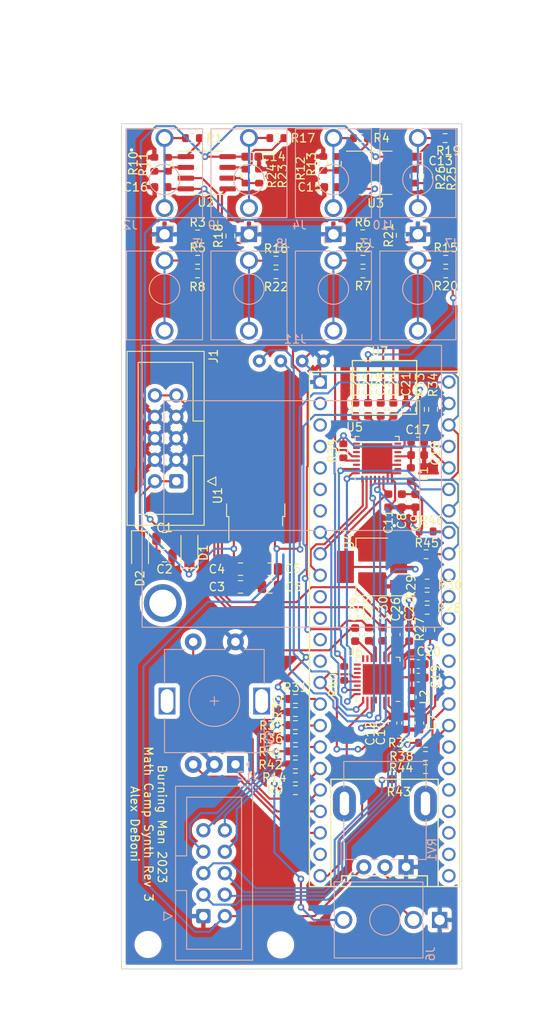
<source format=kicad_pcb>
(kicad_pcb (version 20211014) (generator pcbnew)
  (layers (0 "F.Cu" signal) (31 "B.Cu" signal) (34 "B.Paste" user) (35 "F.Paste" user) (36 "B.SilkS" user "B.Silkscreen") (37 "F.SilkS" user "F.Silkscreen") (38 "B.Mask" user) (39 "F.Mask" user) (44 "Edge.Cuts" user))
  (net 0 "")
  (net 1 "-12V")
  (net 2 "+5V")
  (net 3 "LINE_IN4")
  (net 4 "LINE_OUT4")
  (net 5 "Net-(C19-Pad1)")
  (net 6 "LINE_IN2")
  (net 7 "P27")
  (net 8 "Net-(C25-Pad2)")
  (net 9 "Net-(J6-PadTN)")
  (net 10 "Net-(J7-PadT)")
  (net 11 "Net-(R12-Pad2)")
  (net 12 "P23")
  (net 13 "P18")
  (net 14 "P19")
  (net 15 "P28")
  (net 16 "Net-(C26-Pad1)")
  (net 17 "P29")
  (net 18 "P30")
  (net 19 "LINE_OUT2")
  (net 20 "Net-(C21-Pad2)")
  (net 21 "P20")
  (net 22 "P21")
  (net 23 "P8")
  (net 24 "P7")
  (net 25 "P17")
  (net 26 "P16")
  (net 27 "LINE_IN3")
  (net 28 "Net-(C27-Pad2)")
  (net 29 "Net-(C22-Pad2)")
  (net 30 "Net-(C17-Pad1)")
  (net 31 "Net-(C28-Pad1)")
  (net 32 "LINE_OUT3")
  (net 33 "LINE_IN1")
  (net 34 "Net-(C29-Pad2)")
  (net 35 "Net-(C30-Pad1)")
  (net 36 "LINE_OUT1")
  (net 37 "Net-(D2-Pad1)")
  (net 38 "Net-(J2-PadT)")
  (net 39 "Net-(J3-PadT)")
  (net 40 "Net-(J4-PadT)")
  (net 41 "Net-(J5-PadT)")
  (net 42 "GND")
  (net 43 "+3V3")
  (net 44 "Net-(J8-PadT)")
  (net 45 "Net-(J9-PadT)")
  (net 46 "Net-(J10-PadT)")
  (net 47 "Net-(J6-PadT)")
  (net 48 "Net-(R10-Pad2)")
  (net 51 "P26_HI")
  (net 52 "P40_HI")
  (net 53 "P25_HI")
  (net 65 "+1V8")
  (net 70 "+12V")
  (net 79 "Net-(C23-Pad2)")
  (net 80 "Net-(C24-Pad1)")
  (net 81 "P6")
  (net 82 "P32")
  (net 84 "P41_HI")
  (net 85 "P24_HI")
  (net 87 "Net-(D1-Pad2)")
  (net 88 "P22_HI")
  (net 89 "P16_HI")
  (net 103 "P17_HI")
  (net 104 "P24")
  (net 106 "P22")
  (net 107 "P25")
  (net 108 "P41")
  (net 109 "Net-(R1-Pad1)")
  (net 110 "Net-(R13-Pad2)")
  (net 111 "P26")
  (net 112 "P40")
  (net 117 "Net-(R17-Pad1)")
  (net 118 "Net-(R19-Pad1)")
  (net 119 "Net-(R23-Pad2)")
  (net 120 "Net-(R25-Pad2)")
  (net 121 "Net-(R39-Pad2)")
  (net 122 "Net-(R40-Pad2)")
  (footprint "Resistor_SMD:R_0603_1608Metric" (layer "F.Cu") (at 133.1 103.3)
    (fp_text reference "R28")
    (fp_text value "100k")
  )
  (footprint "Package_DFN_QFN:QFN-32-1EP_5x5mm_P0.5mm_EP3.6x3.6mm" (layer "F.Cu") (at 127.175 85.4 180)
    (fp_text reference "U5")
    (fp_text value "SGTL5000XNAA3")
  )
  (footprint "Capacitor_SMD:C_0603_1608Metric" (layer "F.Cu") (at 132.3 49.7)
    (fp_text reference "C13")
    (fp_text value "0.1u")
  )
  (footprint "Resistor_SMD:R_0603_1608Metric" (layer "F.Cu") (at 117.5 123.15)
    (fp_text reference "R14")
    (fp_text value "100k")
  )
  (footprint "Resistor_SMD:R_0603_1608Metric" (layer "F.Cu") (at 105.925 58.9)
    (fp_text reference "R3")
    (fp_text value "10k")
  )
  (footprint "Capacitor_SMD:C_0805_2012Metric" (layer "F.Cu") (at 114.5 100.6 180)
    (fp_text reference "C6")
    (fp_text value "22u")
  )
  (footprint "Resistor_SMD:R_0603_1608Metric" (layer "F.Cu") (at 105.9 63.5)
    (fp_text reference "R8")
    (fp_text value "47k")
  )
  (footprint "Capacitor_SMD:C_0603_1608Metric" (layer "F.Cu") (at 129.1 79.6 90)
    (fp_text reference "C24")
    (fp_text value "2.2u")
  )
  (footprint "Capacitor_SMD:C_0603_1608Metric" (layer "F.Cu") (at 129.375 106.235 90)
    (fp_text reference "C26")
    (fp_text value "2.2u")
  )
  (footprint "Capacitor_SMD:C_0603_1608Metric" (layer "F.Cu") (at 124.6 79.6 -90)
    (fp_text reference "C27")
    (fp_text value "2.2u")
  )
  (footprint "Resistor_SMD:R_0603_1608Metric" (layer "F.Cu") (at 111.6 52 90)
    (fp_text reference "R24")
    (fp_text value "30k")
  )
  (footprint "Resistor_SMD:R_0603_1608Metric" (layer "F.Cu") (at 115.3 47.5 180)
    (fp_text reference "R17")
    (fp_text value "220")
  )
  (footprint "Resistor_SMD:R_0603_1608Metric" (layer "F.Cu") (at 123.275 110.835 -90)
    (fp_text reference "R40")
    (fp_text value "100")
  )
  (footprint "Resistor_SMD:R_0603_1608Metric" (layer "F.Cu") (at 132.9 122.15)
    (fp_text reference "R44")
    (fp_text value "100k")
  )
  (footprint "Capacitor_SMD:C_0603_1608Metric" (layer "F.Cu") (at 132.05 111.335)
    (fp_text reference "C19")
    (fp_text value "2.2u")
  )
  (footprint "Resistor_SMD:R_0603_1608Metric" (layer "F.Cu") (at 135.225 47.5 180)
    (fp_text reference "R19")
    (fp_text value "220")
  )
  (footprint "Resistor_SMD:R_0603_1608Metric" (layer "F.Cu") (at 129.75 123.35)
    (fp_text reference "R43")
    (fp_text value "47k")
  )
  (footprint "Capacitor_SMD:C_0603_1608Metric" (layer "F.Cu") (at 130.6 116.7 -90)
    (fp_text reference "C10")
    (fp_text value "2.2u")
  )
  (footprint "Resistor_SMD:R_0603_1608Metric" (layer "F.Cu") (at 120.8 50.5 -90)
    (fp_text reference "R12")
    (fp_text value "10k")
  )
  (footprint "Resistor_SMD:R_0603_1608Metric" (layer "F.Cu") (at 131.6 52 90)
    (fp_text reference "R26")
    (fp_text value "30k")
  )
  (footprint "Resistor_SMD:R_0603_1608Metric" (layer "F.Cu") (at 132.9 120.6)
    (fp_text reference "R38")
    (fp_text value "100k")
  )
  (footprint "Resistor_SMD:R_0603_1608Metric" (layer "F.Cu") (at 115.2 62)
    (fp_text reference "R16")
    (fp_text value "100k")
  )
  (footprint "Capacitor_SMD:C_0603_1608Metric" (layer "F.Cu") (at 112.325 49.7)
    (fp_text reference "C14")
    (fp_text value "0.1u")
  )
  (footprint "Resistor_SMD:R_0603_1608Metric" (layer "F.Cu") (at 122.4 50.5 90)
    (fp_text reference "R13")
    (fp_text value "30k")
  )
  (footprint "Resistor_SMD:R_0603_1608Metric" (layer "F.Cu") (at 117.5 116.95)
    (fp_text reference "R35")
    (fp_text value "47k")
  )
  (footprint "Package_SO:SOIC-8_3.9x4.9mm_P1.27mm" (layer "F.Cu") (at 127 51.6)
    (fp_text reference "U3")
    (fp_text value "TL072")
  )
  (footprint "Capacitor_SMD:C_0805_2012Metric" (layer "F.Cu") (at 111 98.5)
    (fp_text reference "C4")
    (fp_text value "22u")
  )
  (footprint "Resistor_SMD:R_0603_1608Metric" (layer "F.Cu") (at 117.5 120.05)
    (fp_text reference "R41")
    (fp_text value "47k")
  )
  (footprint "Resistor_SMD:R_0603_1608Metric" (layer "F.Cu") (at 125.5 61.9)
    (fp_text reference "R2")
    (fp_text value "100k")
  )
  (footprint "Capacitor_SMD:C_0603_1608Metric" (layer "F.Cu") (at 132.05 109.735)
    (fp_text reference "C20")
    (fp_text value "0.1u")
  )
  (footprint "Resistor_SMD:R_0603_1608Metric" (layer "F.Cu") (at 115.2 63.6)
    (fp_text reference "R22")
    (fp_text value "47k")
  )
  (footprint "Capacitor_SMD:C_0603_1608Metric" (layer "F.Cu") (at 130.975 106.235 -90)
    (fp_text reference "C22")
    (fp_text value "0.15u")
  )
  (footprint "Package_TO_SOT_SMD:SOT-223-3_TabPin2" (layer "F.Cu") (at 126.575 98.235 180)
    (fp_text reference "U4")
    (fp_text value "AMS1117-1.8")
  )
  (footprint "Capacitor_SMD:C_0603_1608Metric" (layer "F.Cu") (at 121.7 53.3)
    (fp_text reference "C15")
    (fp_text value "0.1u")
  )
  (footprint "Connector_IDC:IDC-Header_2x05_P2.54mm_Vertical" (layer "F.Cu") (at 103.4 88.1 180)
    (fp_text reference "J1")
    (fp_text value "Conn_02x05_Odd_Even")
  )
  (footprint "Capacitor_SMD:C_0603_1608Metric" (layer "F.Cu") (at 131.975 83.4)
    (fp_text reference "C17")
    (fp_text value "2.2u")
  )
  (footprint "Resistor_SMD:R_0603_1608Metric" (layer "F.Cu") (at 133.1 101.75)
    (fp_text reference "R29")
    (fp_text value "47k")
  )
  (footprint "Capacitor_SMD:C_0603_1608Metric" (layer "F.Cu") (at 127.8 106.2 90)
    (fp_text reference "C30")
    (fp_text value "2.2u")
  )
  (footprint "Resistor_SMD:R_0603_1608Metric" (layer "F.Cu") (at 133.8 79.6 -90)
    (fp_text reference "R34")
    (fp_text value "100k")
  )
  (footprint "Capacitor_SMD:C_0603_1608Metric" (layer "F.Cu") (at 130.1 90.4 -90)
    (fp_text reference "C8")
    (fp_text value "2.2u")
  )
  (footprint "Resistor_SMD:R_0603_1608Metric" (layer "F.Cu") (at 117.5 118.5)
    (fp_text reference "R36")
    (fp_text value "100k")
  )
  (footprint "Resistor_SMD:R_0603_1608Metric" (layer "F.Cu") (at 102.4 50.6 90)
    (fp_text reference "R11")
    (fp_text value "30k")
  )
  (footprint "Capacitor_SMD:C_0603_1608Metric" (layer "F.Cu") (at 129 116.7 -90)
    (fp_text reference "C12")
    (fp_text value "2.2u")
  )
  (footprint "Capacitor_SMD:C_0603_1608Metric" (layer "F.Cu") (at 126.1 79.6 -90)
    (fp_text reference "C23")
    (fp_text value "2.2u")
  )
  (footprint "Capacitor_SMD:C_0603_1608Metric" (layer "F.Cu") (at 101.6 53.3)
    (fp_text reference "C16")
    (fp_text value "0.1u")
  )
  (footprint "Resistor_SMD:R_0603_1608Metric" (layer "F.Cu") (at 109.8 59.075 90)
    (fp_text reference "R18")
    (fp_text value "10k")
  )
  (footprint "Resistor_SMD:R_0603_1608Metric" (layer "F.Cu") (at 105.925 61.9)
    (fp_text reference "R5")
    (fp_text value "100k")
  )
  (footprint "Capacitor_SMD:C_0603_1608Metric" (layer "F.Cu") (at 127.6 79.6 90)
    (fp_text reference "C28")
    (fp_text value "2.2u")
  )
  (footprint "Capacitor_SMD:C_0603_1608Metric" (layer "F.Cu") (at 128.5 90.4 -90)
    (fp_text reference "C11")
    (fp_text value "2.2u")
  )
  (footprint "Resistor_SMD:R_0603_1608Metric" (layer "F.Cu") (at 113.2 52 -90)
    (fp_text reference "R23")
    (fp_text value "10k")
  )
  (footprint "Diode_SMD:D_SOD-123" (layer "F.Cu") (at 99.1 96.2 -90)
    (fp_text reference "D2")
    (fp_text value "SM4007")
  )
  (footprint "Resistor_SMD:R_0603_1608Metric" (layer "F.Cu") (at 105.3 47.5 180)
    (fp_text reference "R1")
    (fp_text value "220")
  )
  (footprint "Capacitor_SMD:C_0805_2012Metric" (layer "F.Cu") (at 102 94.9)
    (fp_text reference "C1")
    (fp_text value "22u")
  )
  (footprint "Resistor_SMD:R_0603_1608Metric" (layer "F.Cu") (at 132.975 94.035 180)
    (fp_text reference "R46")
    (fp_text value "10k")
  )
  (footprint "Resistor_SMD:R_0603_1608Metric" (layer "F.Cu") (at 117.5 113.85)
    (fp_text reference "R31")
    (fp_text value "47k")
  )
  (footprint "Resistor_SMD:R_0603_1608Metric" (layer "F.Cu") (at 117.5 124.65)
    (fp_text reference "R9")
    (fp_text value "47k")
  )
  (footprint "Package_SO:SOIC-8_3.9x4.9mm_P1.27mm" (layer "F.Cu") (at 107 51.6)
    (fp_text reference "U2")
    (fp_text value "TL072")
  )
  (footprint "Resistor_SMD:R_0603_1608Metric" (layer "F.Cu") (at 123.175 84.5 -90)
    (fp_text reference "R39")
    (fp_text value "100")
  )
  (footprint "Inductor_SMD:L_0603_1608Metric" (layer "F.Cu") (at 131.175 87.3 90)
    (fp_text reference "L1")
    (fp_text value "600 ohm")
  )
  (footprint "Alex Custom:Teensy41" (layer "F.Cu") (at 128.05 105.57 -90)
    (fp_text reference "U7")
    (fp_text value "Teensy4.1")
  )
  (footprint "Resistor_SMD:R_0603_1608Metric" (layer "F.Cu") (at 125.475 58.875)
    (fp_text reference "R6")
    (fp_text value "10k")
  )
  (footprint "Package_TO_SOT_SMD:TO-252-2" (layer "F.Cu") (at 112.8 89.8 90)
    (fp_text reference "U1")
    (fp_text value "L7805")
  )
  (footprint "Capacitor_SMD:C_0603_1608Metric" (layer "F.Cu") (at 124.575 106.235 -90)
    (fp_text reference "C29")
    (fp_text value "2.2u")
  )
  (footprint "MountingHole:MountingHole_2.2mm_M2" (layer "F.Cu") (at 100.05 142.9)
    (fp_text reference "H1")
    (fp_text value "MountingHole")
  )
  (footprint "Diode_SMD:D_SOD-123" (layer "F.Cu") (at 104.95 96.15 90)
    (fp_text reference "D1")
    (fp_text value "SM4007")
  )
  (footprint "Resistor_SMD:R_0603_1608Metric" (layer "F.Cu") (at 117.5 115.4)
    (fp_text reference "R32")
    (fp_text value "100k")
  )
  (footprint "Resistor_SMD:R_0603_1608Metric" (layer "F.Cu") (at 100.8 50.6 -90)
    (fp_text reference "R10")
    (fp_text value "10k")
  )
  (footprint "Capacitor_SMD:C_0603_1608Metric" (layer "F.Cu") (at 131.7 90.4 -90)
    (fp_text reference "C9")
    (fp_text value "0.1u")
  )
  (footprint "Capacitor_SMD:C_0603_1608Metric" (layer "F.Cu") (at 131.975 85)
    (fp_text reference "C18")
    (fp_text value "0.1u")
  )
  (footprint "Resistor_SMD:R_0603_1608Metric" (layer "F.Cu") (at 133.1 100.2)
    (fp_text reference "R30")
    (fp_text value "100k")
  )
  (footprint "Resistor_SMD:R_0603_1608Metric" (layer "F.Cu") (at 125.2 47.5 180)
    (fp_text reference "R4")
    (fp_text value "220")
  )
  (footprint "Capacitor_SMD:C_0805_2012Metric" (layer "F.Cu") (at 114.5 98.5 180)
    (fp_text reference "C5")
    (fp_text value "22u")
  )
  (footprint "Capacitor_SMD:C_0805_2012Metric" (layer "F.Cu") (at 102 96.9)
    (fp_text reference "C2")
    (fp_text value "22u")
  )
  (footprint "Capacitor_SMD:C_0603_1608Metric" (layer "F.Cu") (at 130.6 79.6 -90)
    (fp_text reference "C21")
    (fp_text value "0.15u")
  )
  (footprint "Capacitor_SMD:C_0805_2012Metric" (layer "F.Cu") (at 111 100.6)
    (fp_text reference "C3")
    (fp_text value "22u")
  )
  (footprint "Resistor_SMD:R_0603_1608Metric" (layer "F.Cu") (at 125.5 63.5)
    (fp_text reference "R7")
    (fp_text value "47k")
  )
  (footprint "Capacitor_SMD:C_0603_1608Metric" (layer "F.Cu") (at 126.2 106.2 -90)
    (fp_text reference "C25")
    (fp_text value "2.2u")
  )
  (footprint "Package_DFN_QFN:QFN-32-1EP_5x5mm_P0.5mm_EP3.6x3.6mm" (layer "F.Cu") (at 127.275 111.535 180)
    (fp_text reference "U6")
    (fp_text value "SGTL5000XNAA3")
  )
  (footprint "MountingHole:MountingHole_2.2mm_M2" (layer "F.Cu") (at 115.75 142.95)
    (fp_text reference "H2")
    (fp_text value "MountingHole")
  )
  (footprint "Resistor_SMD:R_0603_1608Metric" (layer "F.Cu") (at 132.9 119.05)
    (fp_text reference "R37")
    (fp_text value "47k")
  )
  (footprint "Inductor_SMD:L_0603_1608Metric" (layer "F.Cu") (at 131.275 113.635 90)
    (fp_text reference "L2")
    (fp_text value "600 ohm")
  )
  (footprint "Resistor_SMD:R_0603_1608Metric" (layer "F.Cu") (at 133.45 105.65 90)
    (fp_text reference "R27")
    (fp_text value "47k")
  )
  (footprint "Resistor_SMD:R_0603_1608Metric" (layer "F.Cu") (at 132.25 79.6 -90)
    (fp_text reference "R33")
    (fp_text value "47k")
  )
  (footprint "Resistor_SMD:R_0603_1608Metric" (layer "F.Cu") (at 133.2 52 -90)
    (fp_text reference "R25")
    (fp_text value "10k")
  )
  (footprint "Resistor_SMD:R_0603_1608Metric" (layer "F.Cu") (at 117.5 121.6)
    (fp_text reference "R42")
    (fp_text value "100k")
  )
  (footprint "Resistor_SMD:R_0603_1608Metric" (layer "F.Cu") (at 135.3 63.5)
    (fp_text reference "R20")
    (fp_text value "47k")
  )
  (footprint "Resistor_SMD:R_0603_1608Metric" (layer "F.Cu") (at 135.3 61.9)
    (fp_text reference "R15")
    (fp_text value "100k")
  )
  (footprint "Resistor_SMD:R_0603_1608Metric" (layer "F.Cu") (at 132.975 96.735 180)
    (fp_text reference "R45")
    (fp_text value "10k")
  )
  (footprint "Capacitor_SMD:C_0603_1608Metric" (layer "F.Cu") (at 132.175 116.7 -90)
    (fp_text reference "C7")
    (fp_text value "0.1u")
  )
  (footprint "Resistor_SMD:R_0603_1608Metric" (layer "F.Cu") (at 129.975 59 90)
    (fp_text reference "R21")
    (fp_text value "10k")
  )
  (footprint "Connector_Audio:Jack_3.5mm_QingPu_WQP-PJ398SM_Vertical_CircularHoles" (layer "B.Cu") (at 102 58.88 180)
    (fp_text reference "J5")
    (fp_text value "JACK_IN")
  )
  (footprint "Connector_IDC:IDC-Header_2x05_P2.54mm_Vertical" (layer "B.Cu") (at 106.6 139.55)
    (fp_text reference "J12")
    (fp_text value "Conn_02x05_Odd_Even")
  )
  (footprint "Potentiometer_THT:Potentiometer_Alpha_RD901F-40-00D_Single_Vertical" (layer "B.Cu") (at 130.6 133.725 90)
    (fp_text reference "RV1")
    (fp_text value "R_Potentiometer_US")
  )
  (footprint "Connector_Audio:Jack_3.5mm_QingPu_WQP-PJ398SM_Vertical_CircularHoles" (layer "B.Cu") (at 132 58.88)
    (fp_text reference "J10")
    (fp_text value "JACK_OUT")
  )
  (footprint "Connector_Audio:Jack_3.5mm_QingPu_WQP-PJ398SM_Vertical_CircularHoles" (layer "B.Cu") (at 102 58.88)
    (fp_text reference "J2")
    (fp_text value "JACK_OUT")
  )
  (footprint "Connector_Audio:Jack_3.5mm_QingPu_WQP-PJ398SM_Vertical_CircularHoles" (layer "B.Cu") (at 134.58 140 90)
    (fp_text reference "J6")
    (fp_text value "JACK_OUT")
  )
  (footprint "Connector_Audio:Jack_3.5mm_QingPu_WQP-PJ398SM_Vertical_CircularHoles" (layer "B.Cu") (at 112 58.88 180)
    (fp_text reference "J8")
    (fp_text value "JACK_IN")
  )
  (footprint "Connector_Audio:Jack_3.5mm_QingPu_WQP-PJ398SM_Vertical_CircularHoles" (layer "B.Cu") (at 112 58.88)
    (fp_text reference "J9")
    (fp_text value "JACK_OUT")
  )
  (footprint "Connector_Audio:Jack_3.5mm_QingPu_WQP-PJ398SM_Vertical_CircularHoles" (layer "B.Cu") (at 122 58.88 180)
    (fp_text reference "J3")
    (fp_text value "JACK_IN")
  )
  (footprint "Alex Custom:SSD1106" (layer "B.Cu") (at 134.8 72.02 180)
    (fp_text reference "J11")
    (fp_text value "Conn_01x04")
  )
  (footprint "Rotary_Encoder:RotaryEncoder_Alps_EC11E-Switch_Vertical_H20mm" (layer "B.Cu") (at 110.4 121.6 90)
    (fp_text reference "SW1")
    (fp_text value "RotaryEncoder_Switch")
  )
  (footprint "Connector_Audio:Jack_3.5mm_QingPu_WQP-PJ398SM_Vertical_CircularHoles" (layer "B.Cu") (at 132 58.88 180)
    (fp_text reference "J7")
    (fp_text value "JACK_IN")
  )
  (footprint "Connector_Audio:Jack_3.5mm_QingPu_WQP-PJ398SM_Vertical_CircularHoles" (layer "B.Cu") (at 122 58.88)
    (fp_text reference "J4")
    (fp_text value "JACK_OUT")
  )
  (gr_rect (start 96.9 45.8) (end 137.2 145.8) (layer "Edge.Cuts") (width 0.1) (fill none))
  (gr_text "Burning Man 2023\nMath Camp Synth Rev 3\nAlex DeBoni" (at 100.1 128.65 270) (layer "F.SilkS") (effects (font (size 1 1))))
  (segment (start 101.05 93.35) (end 101.05 94.9) (width 0.25) (layer "F.Cu") (net 1))
  (segment (start 122.68 53.505) (end 122.475 53.3) (width 0.25) (layer "F.Cu") (net 1))
  (segment (start 104.525 53.505) (end 102.58 53.505) (width 0.25) (layer "F.Cu") (net 1))
  (segment (start 99.1 97.85) (end 100.1 97.85) (width 0.25) (layer "F.Cu") (net 1))
  (segment (start 124.525 53.505) (end 122.68 53.505) (width 0.25) (layer "F.Cu") (net 1))
  (segment (start 124.525 53.505) (end 126.895 53.505) (width 0.25) (layer "F.Cu") (net 1))
  (segment (start 100.3 92.6) (end 101.05 93.35) (width 0.25) (layer "F.Cu") (net 1))
  (segment (start 104.525 53.505) (end 106.695 53.505) (width 0.25) (layer "F.Cu") (net 1))
  (segment (start 102.58 53.505) (end 102.375 53.3) (width 0.25) (layer "F.Cu") (net 1))
  (segment (start 100.1 97.85) (end 101.05 96.9) (width 0.25) (layer "F.Cu") (net 1))
  (segment (start 101.05 94.9) (end 101.05 96.9) (width 0.25) (layer "F.Cu") (net 1))
  (via (at 100.3 92.6) (size 0.8) (drill 0.4) (layers "F.Cu" "B.Cu") (net 1))
  (via (at 126.895 53.505) (size 0.8) (drill 0.4) (layers "F.Cu" "B.Cu") (net 1))
  (via (at 106.695 53.505) (size 0.8) (drill 0.4) (layers "F.Cu" "B.Cu") (net 1))
  (segment (start 110.359511 57.169511) (end 106.695 53.505) (width 0.25) (layer "B.Cu") (net 1))
  (segment (start 123.230489 57.169511) (end 110.359511 57.169511) (width 0.25) (layer "B.Cu") (net 1))
  (segment (start 126.895 53.505) (end 123.230489 57.169511) (width 0.25) (layer "B.Cu") (net 1))
  (segment (start 99.685489 91.985489) (end 99.685489 58.714511) (width 0.25) (layer "B.Cu") (net 1))
  (segment (start 103.030489 57.169511) (end 106.695 53.505) (width 0.25) (layer "B.Cu") (net 1))
  (segment (start 99.685489 58.714511) (end 101.230489 57.169511) (width 0.25) (layer "B.Cu") (net 1))
  (segment (start 101.230489 57.169511) (end 103.030489 57.169511) (width 0.25) (layer "B.Cu") (net 1))
  (segment (start 100.3 92.6) (end 99.685489 91.985489) (width 0.25) (layer "B.Cu") (net 1))
  (segment (start 117.98 96.08) (end 118.05 96.15) (width 0.25) (layer "F.Cu") (net 2))
  (segment (start 115.08 94) (end 115.08 95.87) (width 0.25) (layer "F.Cu") (net 2))
  (segment (start 115.45 100.6) (end 115.45 98.5) (width 0.25) (layer "F.Cu") (net 2))
  (segment (start 115.29 98.34) (end 115.45 98.5) (width 0.25) (layer "F.Cu") (net 2))
  (segment (start 109.14 139.55) (end 119.775 139.55) (width 0.25) (layer "F.Cu") (net 2))
  (segment (start 115.29 96.08) (end 115.29 98.34) (width 0.25) (layer "F.Cu") (net 2))
  (segment (start 115.08 95.87) (end 115.29 96.08) (width 0.25) (layer "F.Cu") (net 2))
  (segment (start 119.775 139.55) (end 125.6 133.725) (width 0.25) (layer "F.Cu") (net 2))
  (segment (start 115.29 96.08) (end 117.98 96.08) (width 0.25) (layer "F.Cu") (net 2))
  (via (at 115.29 96.08) (size 0.8) (drill 0.4) (layers "F.Cu" "B.Cu") (net 2))
  (via (at 118.05 96.15) (size 0.8) (drill 0.4) (layers "F.Cu" "B.Cu") (net 2))
  (segment (start 107.15 102.35) (end 112.25 102.35) (width 0.25) (layer "B.Cu") (net 2))
  (segment (start 112.25 102.35) (end 115.29 99.31) (width 0.25) (layer "B.Cu") (net 2))
  (segment (start 115.29 99.31) (end 115.29 96.08) (width 0.25) (layer "B.Cu") (net 2))
  (segment (start 122.639022 76.4) (end 121.339022 77.7) (width 0.25) (layer "B.Cu") (net 2))
  (segment (start 99.5 110) (end 107.15 102.35) (width 0.25) (layer "B.Cu") (net 2))
  (segment (start 121.339022 77.7) (end 119.65 77.7) (width 0.25) (layer "B.Cu") (net 2))
  (segment (start 109.14 139.55) (end 107.29 141.4) (width 0.25) (layer "B.Cu") (net 2))
  (segment (start 118 79.35) (end 118 96.1) (width 0.25) (layer "B.Cu") (net 2))
  (segment (start 135.67 76.36) (end 135.63 76.4) (width 0.25) (layer "B.Cu") (net 2))
  (segment (start 107.29 141.4) (end 105.6 141.4) (width 0.25) (layer "B.Cu") (net 2))
  (segment (start 105.6 141.4) (end 99.5 135.3) (width 0.25) (layer "B.Cu") (net 2))
  (segment (start 99.5 135.3) (end 99.5 110) (width 0.25) (layer "B.Cu") (net 2))
  (segment (start 118 96.1) (end 118.05 96.15) (width 0.25) (layer "B.Cu") (net 2))
  (segment (start 119.65 77.7) (end 118 79.35) (width 0.25) (layer "B.Cu") (net 2))
  (segment (start 135.63 76.4) (end 122.639022 76.4) (width 0.25) (layer "B.Cu") (net 2))
  (segment (start 136.2 66.4) (end 136.125 66.325) (width 0.25) (layer "F.Cu") (net 3))
  (segment (start 136.125 66.325) (end 136.125 63.5) (width 0.25) (layer "F.Cu") (net 3))
  (segment (start 126.1 78.825) (end 126.1 73.1) (width 0.25) (layer "F.Cu") (net 3))
  (segment (start 136.125 61.9) (end 136.125 63.5) (width 0.25) (layer "F.Cu") (net 3))
  (via (at 136.2 66.4) (size 0.8) (drill 0.4) (layers "F.Cu" "B.Cu") (net 3))
  (via (at 126.1 73.1) (size 0.8) (drill 0.4) (layers "F.Cu" "B.Cu") (net 3))
  (segment (start 136.2 68.045066) (end 136.2 66.4) (width 0.25) (layer "B.Cu") (net 3))
  (segment (start 131.145066 73.1) (end 136.2 68.045066) (width 0.25) (layer "B.Cu") (net 3))
  (segment (start 126.1 73.1) (end 131.145066 73.1) (width 0.25) (layer "B.Cu") (net 3))
  (segment (start 129.975 58.175) (end 129.25 58.175) (width 0.25) (layer "F.Cu") (net 4))
  (segment (start 129.1 53.88) (end 129.1 58.325) (width 0.25) (layer "F.Cu") (net 4))
  (segment (start 129.25 58.175) (end 129.1 58.325) (width 0.25) (layer "F.Cu") (net 4))
  (segment (start 129.475 53.505) (end 129.1 53.88) (width 0.25) (layer "F.Cu") (net 4))
  (segment (start 129.1 58.325) (end 129.1 78.825) (width 0.25) (layer "F.Cu") (net 4))
  (segment (start 131.275 109.735) (end 131.275 111.335) (width 0.25) (layer "F.Cu") (net 5))
  (segment (start 129.725 111.285) (end 131.225 111.285) (width 0.25) (layer "F.Cu") (net 5))
  (segment (start 131.275 112.8475) (end 131.275 111.335) (width 0.25) (layer "F.Cu") (net 5))
  (segment (start 131.225 111.285) (end 131.275 111.335) (width 0.25) (layer "F.Cu") (net 5))
  (segment (start 125.375 104.6) (end 126.2 105.425) (width 0.25) (layer "F.Cu") (net 6))
  (segment (start 118.95 86.3245) (end 118.95 76.05656) (width 0.25) (layer "F.Cu") (net 6))
  (segment (start 122.6 105.6) (end 123.6 104.6) (width 0.25) (layer "F.Cu") (net 6))
  (segment (start 118.95 105.65) (end 119 105.6) (width 0.25) (layer "F.Cu") (net 6))
  (segment (start 119 105.6) (end 122.6 105.6) (width 0.25) (layer "F.Cu") (net 6))
  (segment (start 118.85 99.4) (end 118.85 86.4245) (width 0.25) (layer "F.Cu") (net 6))
  (segment (start 118.95 76.05656) (end 117.213489 74.320049) (width 0.25) (layer "F.Cu") (net 6))
  (segment (start 117.213489 64.788489) (end 116.025 63.6) (width 0.25) (layer "F.Cu") (net 6))
  (segment (start 118.85 86.4245) (end 118.95 86.3245) (width 0.25) (layer "F.Cu") (net 6))
  (segment (start 117.213489 74.320049) (end 117.213489 64.788489) (width 0.25) (layer "F.Cu") (net 6))
  (segment (start 116.025 62) (end 116.025 63.6) (width 0.25) (layer "F.Cu") (net 6))
  (segment (start 123.6 104.6) (end 125.375 104.6) (width 0.25) (layer "F.Cu") (net 6))
  (segment (start 118.65 99.6) (end 118.85 99.4) (width 0.25) (layer "F.Cu") (net 6))
  (via (at 118.65 99.6) (size 0.8) (drill 0.4) (layers "F.Cu" "B.Cu") (net 6))
  (via (at 118.95 105.65) (size 0.8) (drill 0.4) (layers "F.Cu" "B.Cu") (net 6))
  (segment (start 118.75 99.7) (end 118.75 105.45) (width 0.25) (layer "B.Cu") (net 6))
  (segment (start 118.75 105.45) (end 118.95 105.65) (width 0.25) (layer "B.Cu") (net 6))
  (segment (start 118.65 99.6) (end 118.75 99.7) (width 0.25) (layer "B.Cu") (net 6))
  (segment (start 118.325 124.65) (end 118.325 123.15) (width 0.25) (layer "F.Cu") (net 7))
  (segment (start 119.36 123.15) (end 120.43 122.08) (width 0.25) (layer "F.Cu") (net 7))
  (segment (start 118.325 123.15) (end 119.36 123.15) (width 0.25) (layer "F.Cu") (net 7))
  (segment (start 127.025 109.085) (end 127.025 107.8) (width 0.25) (layer "F.Cu") (net 8))
  (segment (start 127.025 107.8) (end 126.2 106.975) (width 0.25) (layer "F.Cu") (net 8))
  (segment (start 128.1 134.65) (end 128.1 133.725) (width 0.25) (layer "F.Cu") (net 9))
  (segment (start 131.48 140) (end 129.89952 138.41952) (width 0.25) (layer "F.Cu") (net 9))
  (segment (start 129.89952 138.41952) (end 129.89952 136.44952) (width 0.25) (layer "F.Cu") (net 9))
  (segment (start 129.89952 136.44952) (end 128.1 134.65) (width 0.25) (layer "F.Cu") (net 9))
  (segment (start 134.475 61.9) (end 134.395 61.98) (width 0.25) (layer "F.Cu") (net 10))
  (segment (start 134.395 61.98) (end 132 61.98) (width 0.25) (layer "F.Cu") (net 10))
  (segment (start 132 61.98) (end 132 70.28) (width 0.25) (layer "B.Cu") (net 10))
  (segment (start 122.4 51.325) (end 120.8 51.325) (width 0.25) (layer "F.Cu") (net 11))
  (segment (start 122.76 50.965) (end 122.4 51.325) (width 0.25) (layer "F.Cu") (net 11))
  (segment (start 124.525 50.965) (end 122.76 50.965) (width 0.25) (layer "F.Cu") (net 11))
  (segment (start 122.47498 108.5) (end 123.275 109.30002) (width 0.25) (layer "F.Cu") (net 12))
  (segment (start 123.275 109.30002) (end 123.275 110.01) (width 0.25) (layer "F.Cu") (net 12))
  (segment (start 123.175 83.675) (end 123.2 82.7) (width 0.25) (layer "F.Cu") (net 12))
  (via (at 123.2 82.7) (size 0.8) (drill 0.4) (layers "F.Cu" "B.Cu") (net 12))
  (via (at 122.47498 108.5) (size 0.8) (drill 0.4) (layers "F.Cu" "B.Cu") (net 12))
  (segment (start 123.2 82.7) (end 124.48 83.98) (width 0.25) (layer "B.Cu") (net 12))
  (segment (start 122.125489 87.150103) (end 122.125489 83.774511) (width 0.25) (layer "B.Cu") (net 12))
  (segment (start 122.2 87.224614) (end 122.125489 87.150103) (width 0.25) (layer "B.Cu") (net 12))
  (segment (start 122.125489 83.774511) (end 123.2 82.7) (width 0.25) (layer "B.Cu") (net 12))
  (segment (start 122.47498 108.5) (end 122.2 108.22502) (width 0.25) (layer "B.Cu") (net 12))
  (segment (start 122.2 108.22502) (end 122.2 87.224614) (width 0.25) (layer "B.Cu") (net 12))
  (segment (start 124.48 83.98) (end 135.67 83.98) (width 0.25) (layer "B.Cu") (net 12))
  (segment (start 133.8 96.735) (end 135.615 96.735) (width 0.25) (layer "F.Cu") (net 13))
  (segment (start 126.525 115.499598) (end 126.525 113.985) (width 0.25) (layer "F.Cu") (net 13))
  (segment (start 126.425 89.8755) (end 126.425 87.85) (width 0.25) (layer "F.Cu") (net 13))
  (segment (start 126.6495 90.1) (end 126.425 89.8755) (width 0.25) (layer "F.Cu") (net 13))
  (segment (start 135.615 96.735) (end 135.67 96.68) (width 0.25) (layer "F.Cu") (net 13))
  (segment (start 126.262299 115.762299) (end 126.525 115.499598) (width 0.25) (layer "F.Cu") (net 13))
  (via (at 126.6495 90.1) (size 0.8) (drill 0.4) (layers "F.Cu" "B.Cu") (net 13))
  (via (at 126.262299 115.762299) (size 0.8) (drill 0.4) (layers "F.Cu" "B.Cu") (net 13))
  (segment (start 114.49 72.6) (end 113.22 73.87) (width 0.25) (layer "B.Cu") (net 13))
  (segment (start 122 111.3) (end 121.3 110.6) (width 0.25) (layer "B.Cu") (net 13))
  (segment (start 136.8 93.6797) (end 136.8 95.55) (width 0.25) (layer "B.Cu") (net 13))
  (segment (start 126.475489 88.724511) (end 126.824511 88.375489) (width 0.25) (layer "B.Cu") (net 13))
  (segment (start 126.200087 115.824511) (end 123.624511 115.824511) (width 0.25) (layer "B.Cu") (net 13))
  (segment (start 126.824511 88.375489) (end 130.76 88.375489) (width 0.25) (layer "B.Cu") (net 13))
  (segment (start 126.8 115.224598) (end 126.8 90.2505) (width 0.25) (layer "B.Cu") (net 13))
  (segment (start 121.3 110.6) (end 119.4 110.6) (width 0.25) (layer "B.Cu") (net 13))
  (segment (start 126.8 90.2505) (end 126.6495 90.1) (width 0.25) (layer "B.Cu") (net 13))
  (segment (start 116.3 72.6) (end 114.49 72.6) (width 0.25) (layer "B.Cu") (net 13))
  (segment (start 130.76 88.375489) (end 135.4 93.015489) (width 0.25) (layer "B.Cu") (net 13))
  (segment (start 122.475969 114.675969) (end 122.475969 113.875969) (width 0.25) (layer "B.Cu") (net 13))
  (segment (start 117.05 73.35) (end 116.3 72.6) (width 0.25) (layer "B.Cu") (net 13))
  (segment (start 126.262299 115.762299) (end 126.200087 115.824511) (width 0.25) (layer "B.Cu") (net 13))
  (segment (start 123.624511 115.824511) (end 122.475969 114.675969) (width 0.25) (layer "B.Cu") (net 13))
  (segment (start 119.4 110.6) (end 117.29952 108.49952) (width 0.25) (layer "B.Cu") (net 13))
  (segment (start 136.8 95.55) (end 135.67 96.68) (width 0.25) (layer "B.Cu") (net 13))
  (segment (start 126.475489 89.925989) (end 126.475489 88.724511) (width 0.25) (layer "B.Cu") (net 13))
  (segment (start 126.262299 115.762299) (end 126.8 115.224598) (width 0.25) (layer "B.Cu") (net 13))
  (segment (start 117.29952 74.773803) (end 117.05 74.524282) (width 0.25) (layer "B.Cu") (net 13))
  (segment (start 126.6495 90.1) (end 126.475489 89.925989) (width 0.25) (layer "B.Cu") (net 13))
  (segment (start 122.475969 113.875969) (end 122 113.4) (width 0.25) (layer "B.Cu") (net 13))
  (segment (start 122 113.4) (end 122 111.3) (width 0.25) (layer "B.Cu") (net 13))
  (segment (start 135.4 93.015489) (end 136.135789 93.015489) (width 0.25) (layer "B.Cu") (net 13))
  (segment (start 117.05 74.524282) (end 117.05 73.35) (width 0.25) (layer "B.Cu") (net 13))
  (segment (start 117.29952 108.49952) (end 117.29952 74.773803) (width 0.25) (layer "B.Cu") (net 13))
  (segment (start 136.135789 93.015489) (end 136.8 93.6797) (width 0.25) (layer "B.Cu") (net 13))
  (segment (start 127.425 88.875) (end 127.2 89.1) (width 0.25) (layer "F.Cu") (net 14))
  (segment (start 135.565 94.035) (end 135.67 94.14) (width 0.25) (layer "F.Cu") (net 14))
  (segment (start 133.8 94.035) (end 135.565 94.035) (width 0.25) (layer "F.Cu") (net 14))
  (segment (start 127.525 115.875) (end 127.525 113.985) (width 0.25) (layer "F.Cu") (net 14))
  (segment (start 127.425 87.85) (end 127.425 88.875) (width 0.25) (layer "F.Cu") (net 14))
  (segment (start 127.3 116.1) (end 127.525 115.875) (width 0.25) (layer "F.Cu") (net 14))
  (via (at 127.2 89.1) (size 0.8) (drill 0.4) (layers "F.Cu" "B.Cu") (net 14))
  (via (at 127.3 116.1) (size 0.8) (drill 0.4) (layers "F.Cu" "B.Cu") (net 14))
  (segment (start 127.3 116.1) (end 127.536794 115.863206) (width 0.25) (layer "B.Cu") (net 14))
  (segment (start 119.7 113.2) (end 116.85 110.35) (width 0.25) (layer "B.Cu") (net 14))
  (segment (start 127.2 89.1) (end 132.24 94.14) (width 0.25) (layer "B.Cu") (net 14))
  (segment (start 126.9 116.5) (end 123.664282 116.5) (width 0.25) (layer "B.Cu") (net 14))
  (segment (start 127.536794 115.863206) (end 127.536794 89.436794) (width 0.25) (layer "B.Cu") (net 14))
  (segment (start 127.3 116.1) (end 126.9 116.5) (width 0.25) (layer "B.Cu") (net 14))
  (segment (start 116.85 74.96) (end 115.76 73.87) (width 0.25) (layer "B.Cu") (net 14))
  (segment (start 116.85 110.35) (end 116.85 74.96) (width 0.25) (layer "B.Cu") (net 14))
  (segment (start 132.24 94.14) (end 135.67 94.14) (width 0.25) (layer "B.Cu") (net 14))
  (segment (start 122 114.835718) (end 122 114.1) (width 0.25) (layer "B.Cu") (net 14))
  (segment (start 122 114.1) (end 121.1 113.2) (width 0.25) (layer "B.Cu") (net 14))
  (segment (start 121.1 113.2) (end 119.7 113.2) (width 0.25) (layer "B.Cu") (net 14))
  (segment (start 123.664282 116.5) (end 122 114.835718) (width 0.25) (layer "B.Cu") (net 14))
  (segment (start 105.4 107.1) (end 105.4 111.6) (width 0.25) (layer "F.Cu") (net 15))
  (segment (start 112.45 123.664282) (end 114.435718 125.65) (width 0.25) (layer "F.Cu") (net 15))
  (segment (start 119.4 125.65) (end 120.43 124.62) (width 0.25) (layer "F.Cu") (net 15))
  (segment (start 105.4 111.6) (end 112.45 118.65) (width 0.25) (layer "F.Cu") (net 15))
  (segment (start 114.435718 125.65) (end 119.4 125.65) (width 0.25) (layer "F.Cu") (net 15))
  (segment (start 112.45 118.65) (end 112.45 123.664282) (width 0.25) (layer "F.Cu") (net 15))
  (segment (start 128.025 108.36) (end 129.375 107.01) (width 0.25) (layer "F.Cu") (net 16))
  (segment (start 128.025 109.085) (end 128.025 108.36) (width 0.25) (layer "F.Cu") (net 16))
  (segment (start 110.4 121.6) (end 110.4 122.25) (width 0.25) (layer "F.Cu") (net 17))
  (segment (start 110.4 122.25) (end 115.31 127.16) (width 0.25) (layer "F.Cu") (net 17))
  (segment (start 115.31 127.16) (end 120.43 127.16) (width 0.25) (layer "F.Cu") (net 17))
  (segment (start 106.84548 123.04548) (end 110.54548 123.04548) (width 0.25) (layer "F.Cu") (net 18))
  (segment (start 105.4 121.6) (end 106.84548 123.04548) (width 0.25) (layer "F.Cu") (net 18))
  (segment (start 110.54548 123.04548) (end 117.2 129.7) (width 0.25) (layer "F.Cu") (net 18))
  (segment (start 117.2 129.7) (end 120.43 129.7) (width 0.25) (layer "F.Cu") (net 18))
  (segment (start 109.475 53.505) (end 108.79904 54.18096) (width 0.25) (layer "F.Cu") (net 19))
  (segment (start 108.79904 58.22404) (end 108.79904 101.24904) (width 0.25) (layer "F.Cu") (net 19))
  (segment (start 117.65 102.4) (end 119.414511 100.635489) (width 0.25) (layer "F.Cu") (net 19))
  (segment (start 109.95 102.4) (end 117.65 102.4) (width 0.25) (layer "F.Cu") (net 19))
  (segment (start 108.79904 101.24904) (end 109.95 102.4) (width 0.25) (layer "F.Cu") (net 19))
  (segment (start 109.8 58.25) (end 109.77404 58.22404) (width 0.25) (layer "F.Cu") (net 19))
  (segment (start 124.550489 100.635489) (end 129.375 105.46) (width 0.25) (layer "F.Cu") (net 19))
  (segment (start 119.414511 100.635489) (end 124.550489 100.635489) (width 0.25) (layer "F.Cu") (net 19))
  (segment (start 109.77404 58.22404) (end 108.79904 58.22404) (width 0.25) (layer "F.Cu") (net 19))
  (segment (start 108.79904 54.18096) (end 108.79904 58.22404) (width 0.25) (layer "F.Cu") (net 19))
  (segment (start 128.425 82.502672) (end 130.552672 80.375) (width 0.25) (layer "F.Cu") (net 20))
  (segment (start 128.425 82.95) (end 128.425 82.502672) (width 0.25) (layer "F.Cu") (net 20))
  (segment (start 130.552672 80.375) (end 130.6 80.375) (width 0.25) (layer "F.Cu") (net 20))
  (segment (start 123.05 86.65) (end 122.85 86.85) (width 0.25) (layer "F.Cu") (net 21))
  (segment (start 123.315 112.785) (end 124.825 112.785) (width 0.25) (layer "F.Cu") (net 21))
  (segment (start 123.3 112.8) (end 123.315 112.785) (width 0.25) (layer "F.Cu") (net 21))
  (segment (start 124.725 86.65) (end 123.05 86.65) (width 0.25) (layer "F.Cu") (net 21))
  (via (at 122.85 86.85) (size 0.8) (drill 0.4) (layers "F.Cu" "B.Cu") (net 21))
  (via (at 123.3 112.8) (size 0.8) (drill 0.4) (layers "F.Cu" "B.Cu") (net 21))
  (segment (start 136.794511 88.519531) (end 136.794511 90.475489) (width 0.25) (layer "B.Cu") (net 21))
  (segment (start 122.9 107.435718) (end 122.9 105.8) (width 0.25) (layer "B.Cu") (net 21))
  (segment (start 122.64952 105.54952) (end 122.64952 87.05048) (width 0.25) (layer "B.Cu") (net 21))
  (segment (start 130.785718 86.85) (end 131.871207 87.935489) (width 0.25) (layer "B.Cu") (net 21))
  (segment (start 122.64952 87.05048) (end 122.85 86.85) (width 0.25) (layer "B.Cu") (net 21))
  (segment (start 123.3 112.8) (end 123.4 112.7) (width 0.25) (layer "B.Cu") (net 21))
  (segment (start 122.85 86.85) (end 130.785718 86.85) (width 0.25) (layer "B.Cu") (net 21))
  (segment (start 136.210469 87.935489) (end 136.794511 88.519531) (width 0.25) (layer "B.Cu") (net 21))
  (segment (start 123.4 107.935718) (end 122.9 107.435718) (width 0.25) (layer "B.Cu") (net 21))
  (segment (start 123.4 112.7) (end 123.4 107.935718) (width 0.25) (layer "B.Cu") (net 21))
  (segment (start 122.9 105.8) (end 122.64952 105.54952) (width 0.25) (layer "B.Cu") (net 21))
  (segment (start 136.794511 90.475489) (end 135.67 91.6) (width 0.25) (layer "B.Cu") (net 21))
  (segment (start 131.871207 87.935489) (end 136.210469 87.935489) (width 0.25) (layer "B.Cu") (net 21))
  (segment (start 124.515 113.285) (end 123.65 114.15) (width 0.25) (layer "F.Cu") (net 22))
  (segment (start 124.825 113.285) (end 124.515 113.285) (width 0.25) (layer "F.Cu") (net 22))
  (segment (start 124.25 87.15) (end 123.6 87.8) (width 0.25) (layer "F.Cu") (net 22))
  (segment (start 124.725 87.15) (end 124.25 87.15) (width 0.25) (layer "F.Cu") (net 22))
  (via (at 123.65 114.15) (size 0.8) (drill 0.4) (layers "F.Cu" "B.Cu") (net 22))
  (via (at 123.6 87.8) (size 0.8) (drill 0.4) (layers "F.Cu" "B.Cu") (net 22))
  (segment (start 124.024511 107.924511) (end 124.024511 113.775489) (width 0.25) (layer "B.Cu") (net 22))
  (segment (start 132.36 89.06) (end 135.67 89.06) (width 0.25) (layer "B.Cu") (net 22))
  (segment (start 124.024511 113.775489) (end 123.65 114.15) (width 0.25) (layer "B.Cu") (net 22))
  (segment (start 123.6 87.8) (end 131.1 87.8) (width 0.25) (layer "B.Cu") (net 22))
  (segment (start 131.1 87.8) (end 132.36 89.06) (width 0.25) (layer "B.Cu") (net 22))
  (segment (start 123.6 107.5) (end 124.024511 107.924511) (width 0.25) (layer "B.Cu") (net 22))
  (segment (start 123.6 87.8) (end 123.6 107.5) (width 0.25) (layer "B.Cu") (net 22))
  (segment (start 119.3 98.09) (end 120.43 99.22) (width 0.25) (layer "F.Cu") (net 23))
  (segment (start 120.918793 95.555489) (end 119.964211 95.555489) (width 0.25) (layer "F.Cu") (net 23))
  (segment (start 119.964211 95.555489) (end 119.3 96.2197) (width 0.25) (layer "F.Cu") (net 23))
  (segment (start 119.3 96.2197) (end 119.3 98.09) (width 0.25) (layer "F.Cu") (net 23))
  (segment (start 125.47548 87.90048) (end 125.47548 90.998802) (width 0.25) (layer "F.Cu") (net 23))
  (segment (start 125.47548 90.998802) (end 120.918793 95.555489) (width 0.25) (layer "F.Cu") (net 23))
  (segment (start 125.425 87.85) (end 125.47548 87.90048) (width 0.25) (layer "F.Cu") (net 23))
  (segment (start 125.925 91.185) (end 120.43 96.68) (width 0.25) (layer "F.Cu") (net 24))
  (segment (start 125.925 87.85) (end 125.925 91.185) (width 0.25) (layer "F.Cu") (net 24))
  (segment (start 133.925 100.2) (end 133.925 101.75) (width 0.25) (layer "F.Cu") (net 25))
  (segment (start 133.925 100.2) (end 134.69 100.2) (width 0.25) (layer "F.Cu") (net 25))
  (segment (start 134.69 100.2) (end 135.67 99.22) (width 0.25) (layer "F.Cu") (net 25))
  (segment (start 133.45 103.775) (end 133.925 103.3) (width 0.25) (layer "F.Cu") (net 26))
  (segment (start 134.13 103.3) (end 135.67 101.76) (width 0.25) (layer "F.Cu") (net 26))
  (segment (start 133.45 104.825) (end 133.45 103.775) (width 0.25) (layer "F.Cu") (net 26))
  (segment (start 133.925 103.3) (end 134.13 103.3) (width 0.25) (layer "F.Cu") (net 26))
  (segment (start 126.325 61.9) (end 126.325 63.5) (width 0.25) (layer "F.Cu") (net 27))
  (segment (start 126.325 63.5) (end 124.6 65.225) (width 0.25) (layer "F.Cu") (net 27))
  (segment (start 124.6 65.225) (end 124.6 78.825) (width 0.25) (layer "F.Cu") (net 27))
  (segment (start 126.425 82.2) (end 124.6 80.375) (width 0.25) (layer "F.Cu") (net 28))
  (segment (start 126.425 82.95) (end 126.425 82.2) (width 0.25) (layer "F.Cu") (net 28))
  (segment (start 129.262672 107.9) (end 130.085 107.9) (width 0.25) (layer "F.Cu") (net 29))
  (segment (start 128.525 109.085) (end 128.525 108.637672) (width 0.25) (layer "F.Cu") (net 29))
  (segment (start 128.525 108.637672) (end 129.262672 107.9) (width 0.25) (layer "F.Cu") (net 29))
  (segment (start 130.085 107.9) (end 130.975 107.01) (width 0.25) (layer "F.Cu") (net 29))
  (segment (start 131.05 85.15) (end 129.625 85.15) (width 0.25) (layer "F.Cu") (net 30))
  (segment (start 131.2 83.4) (end 131.2 85) (width 0.25) (layer "F.Cu") (net 30))
  (segment (start 131.175 86.5125) (end 131.175 85.025) (width 0.25) (layer "F.Cu") (net 30))
  (segment (start 131.05 85.15) (end 131.2 85) (width 0.25) (layer "F.Cu") (net 30))
  (segment (start 127.425 82.95) (end 127.425 80.55) (width 0.25) (layer "F.Cu") (net 31))
  (segment (start 127.425 80.55) (end 127.6 80.375) (width 0.25) (layer "F.Cu") (net 31))
  (segment (start 127.9 58.8) (end 127.9 78.525) (width 0.25) (layer "F.Cu") (net 32))
  (segment (start 127.9 52.882968) (end 127.9 58.8) (width 0.25) (layer "F.Cu") (net 32))
  (segment (start 126.3 58.875) (end 127.825 58.875) (width 0.25) (layer "F.Cu") (net 32))
  (segment (start 127.252032 52.235) (end 127.9 52.882968) (width 0.25) (layer "F.Cu") (net 32))
  (segment (start 127.9 78.525) (end 127.6 78.825) (width 0.25) (layer "F.Cu") (net 32))
  (segment (start 127.825 58.875) (end 127.9 58.8) (width 0.25) (layer "F.Cu") (net 32))
  (segment (start 124.525 52.235) (end 127.252032 52.235) (width 0.25) (layer "F.Cu") (net 32))
  (segment (start 106.75 61.9) (end 106.75 63.475) (width 0.25) (layer "F.Cu") (net 33))
  (segment (start 114.35 108.1) (end 107.9 101.65) (width 0.25) (layer "F.Cu") (net 33))
  (segment (start 124.575 105.46) (end 124.14 105.46) (width 0.25) (layer "F.Cu") (net 33))
  (segment (start 107.9 64.675) (end 106.725 63.5) (width 0.25) (layer "F.Cu") (net 33))
  (segment (start 121.5 108.1) (end 114.35 108.1) (width 0.25) (layer "F.Cu") (net 33))
  (segment (start 107.9 101.65) (end 107.9 64.675) (width 0.25) (layer "F.Cu") (net 33))
  (segment (start 124.14 105.46) (end 121.5 108.1) (width 0.25) (layer "F.Cu") (net 33))
  (segment (start 106.75 63.475) (end 106.725 63.5) (width 0.25) (layer "F.Cu") (net 33))
  (segment (start 124.897328 107.01) (end 124.575 107.01) (width 0.25) (layer "F.Cu") (net 34))
  (segment (start 126.525 109.085) (end 126.525 108.637672) (width 0.25) (layer "F.Cu") (net 34))
  (segment (start 126.525 108.637672) (end 124.897328 107.01) (width 0.25) (layer "F.Cu") (net 34))
  (segment (start 127.525 109.085) (end 127.525 107.25) (width 0.25) (layer "F.Cu") (net 35))
  (segment (start 127.525 107.25) (end 127.8 106.975) (width 0.25) (layer "F.Cu") (net 35))
  (segment (start 108.34952 101.463802) (end 108.34952 58.92452) (width 0.25) (layer "F.Cu") (net 36))
  (segment (start 127.8 105.425) (end 125.375 103) (width 0.25) (layer "F.Cu") (net 36))
  (segment (start 106.75 58.9) (end 106.77452 58.92452) (width 0.25) (layer "F.Cu") (net 36))
  (segment (start 125.375 103) (end 109.885718 103) (width 0.25) (layer "F.Cu") (net 36))
  (segment (start 106.449614 52.235) (end 104.525 52.235) (width 0.25) (layer "F.Cu") (net 36))
  (segment (start 108.34952 58.92452) (end 108.34952 54.134906) (width 0.25) (layer "F.Cu") (net 36))
  (segment (start 109.885718 103) (end 108.34952 101.463802) (width 0.25) (layer "F.Cu") (net 36))
  (segment (start 106.77452 58.92452) (end 108.34952 58.92452) (width 0.25) (layer "F.Cu") (net 36))
  (segment (start 108.34952 54.134906) (end 106.449614 52.235) (width 0.25) (layer "F.Cu") (net 36))
  (segment (start 103.4 88.1) (end 100.86 88.1) (width 0.25) (layer "F.Cu") (net 37))
  (segment (start 99.1 89.86) (end 100.86 88.1) (width 0.25) (layer "F.Cu") (net 37))
  (segment (start 99.1 94.55) (end 99.1 89.86) (width 0.25) (layer "F.Cu") (net 37))
  (segment (start 104.475 47.5) (end 102.02 47.5) (width 0.25) (layer "F.Cu") (net 38))
  (segment (start 102.02 47.5) (end 102 47.48) (width 0.25) (layer "F.Cu") (net 38))
  (segment (start 102 47.48) (end 102 55.78) (width 0.25) (layer "B.Cu") (net 38))
  (segment (start 124.595 61.98) (end 122 61.98) (width 0.25) (layer "F.Cu") (net 39))
  (segment (start 124.675 61.9) (end 124.595 61.98) (width 0.25) (layer "F.Cu") (net 39))
  (segment (start 122 61.98) (end 122 70.28) (width 0.25) (layer "B.Cu") (net 39))
  (segment (start 124.375 47.5) (end 122.02 47.5) (width 0.25) (layer "F.Cu") (net 40))
  (segment (start 122.02 47.5) (end 122 47.48) (width 0.25) (layer "F.Cu") (net 40))
  (segment (start 122 47.48) (end 122 55.78) (width 0.25) (layer "B.Cu") (net 40))
  (segment (start 105.1 61.9) (end 105.02 61.98) (width 0.25) (layer "F.Cu") (net 41))
  (segment (start 105.02 61.98) (end 102 61.98) (width 0.25) (layer "F.Cu") (net 41))
  (segment (start 102 70.28) (end 102 61.98) (width 0.25) (layer "B.Cu") (net 41))
  (segment (start 129.3 88.225) (end 129.3 90.375) (width 0.25) (layer "F.Cu") (net 42))
  (segment (start 132.15 106.55) (end 132.15 108.81096) (width 0.25) (layer "F.Cu") (net 42))
  (segment (start 130.153098 84.15) (end 130.42548 83.877618) (width 0.25) (layer "F.Cu") (net 42))
  (segment (start 129.975 59.825) (end 131.055 59.825) (width 0.25) (layer "F.Cu") (net 42))
  (segment (start 117.5 116.2) (end 117.5 117.675) (width 0.25) (layer "F.Cu") (net 42))
  (segment (start 116.7 115.4) (end 117.5 116.2) (width 0.25) (layer "F.Cu") (net 42))
  (segment (start 120.43 76.36) (end 120.43 74.28) (width 0.25) (layer "F.Cu") (net 42))
  (segment (start 129.625 86.15) (end 127.925 86.15) (width 0.25) (layer "F.Cu") (net 42))
  (segment (start 116.675 115.4) (end 116.7 115.4) (width 0.25) (layer "F.Cu") (net 42))
  (segment (start 130.50048 110.09952) (end 130.50048 109.257382) (width 0.25) (layer "F.Cu") (net 42))
  (segment (start 109.8 59.9) (end 110.98 59.9) (width 0.25) (layer "F.Cu") (net 42))
  (segment (start 132.02548 108.93548) (end 132.825 109.735) (width 0.25) (layer "F.Cu") (net 42))
  (segment (start 128.425 87.85) (end 128.425 86.65) (width 0.25) (layer "F.Cu") (net 42))
  (segment (start 117.39952 120.87548) (end 116.675 121.6) (width 0.25) (layer "F.Cu") (net 42))
  (segment (start 132.97452 116.67548) (end 132.97452 115.761198) (width 0.25) (layer "F.Cu") (net 42))
  (segment (start 132.15 108.81096) (end 132.02548 108.93548) (width 0.25) (layer "F.Cu") (net 42))
  (segment (start 131.94 100.535) (end 132.275 100.2) (width 0.25) (layer "F.Cu") (net 42))
  (segment (start 110.98 59.9) (end 112 58.88) (width 0.25) (layer "F.Cu") (net 42))
  (segment (start 132.175 117.475) (end 132.97452 116.67548) (width 0.25) (layer "F.Cu") (net 42))
  (segment (start 130.822382 108.93548) (end 132.02548 108.93548) (width 0.25) (layer "F.Cu") (net 42))
  (segment (start 132.97452 115.761198) (end 134.05 114.685718) (width 0.25) (layer "F.Cu") (net 42))
  (segment (start 117.5 117.675) (end 116.675 118.5) (width 0.25) (layer "F.Cu") (net 42))
  (segment (start 127.275 111.535) (end 129.025 113.285) (width 0.25) (layer "F.Cu") (net 42))
  (segment (start 134.05 113.54) (end 135.67 111.92) (width 0.25) (layer "F.Cu") (net 42))
  (segment (start 130.42548 83.877618) (end 130.42548 82.87452) (width 0.25) (layer "F.Cu") (net 42))
  (segment (start 134.05 114.685718) (end 134.05 113.54) (width 0.25) (layer "F.Cu") (net 42))
  (segment (start 130.975 105.46) (end 131.06 105.46) (width 0.25) (layer "F.Cu") (net 42))
  (segment (start 116.675 118.5) (end 117.39952 119.22452) (width 0.25) (layer "F.Cu") (net 42))
  (segment (start 129.3 90.375) (end 128.5 91.175) (width 0.25) (layer "F.Cu") (net 42))
  (segment (start 131.95048 82.60048) (end 132.75 83.4) (width 0.25) (layer "F.Cu") (net 42))
  (segment (start 128.2 91.475) (end 128.5 91.175) (width 0.25) (layer "F.Cu") (net 42))
  (segment (start 129.625 84.15) (end 128.425 84.15) (width 0.25) (layer "F.Cu") (net 42))
  (segment (start 130.315 110.285) (end 130.50048 110.09952) (width 0.25) (layer "F.Cu") (net 42))
  (segment (start 120.43 74.28) (end 120.84 73.87) (width 0.25) (layer "F.Cu") (net 42))
  (segment (start 130.50048 109.257382) (end 130.822382 108.93548) (width 0.25) (layer "F.Cu") (net 42))
  (segment (start 117.39952 119.22452) (end 117.39952 120.87548) (width 0.25) (layer "F.Cu") (net 42))
  (segment (start 131.45048 79.67548) (end 131.45048 82.60048) (width 0.25) (layer "F.Cu") (net 42))
  (segment (start 131.45048 82.60048) (end 131.95048 82.60048) (width 0.25) (layer "F.Cu") (net 42))
  (segment (start 128.425 84.15) (end 127.175 85.4) (width 0.25) (layer "F.Cu") (net 42))
  (segment (start 129.725 110.285) (end 130.315 110.285) (width 0.25) (layer "F.Cu") (net 42))
  (segment (start 129.625 87.15) (end 128.925 87.15) (width 0.25) (layer "F.Cu") (net 42))
  (segment (start 128.525 110.285) (end 127.275 111.535) (width 0.25) (layer "F.Cu") (net 42))
  (segment (start 130.6 78.825) (end 131.45048 79.67548) (width 0.25) (layer "F.Cu") (net 42))
  (segment (start 130.42548 82.87452) (end 130.69952 82.60048) (width 0.25) (layer "F.Cu") (net 42))
  (segment (start 130.69952 82.60048) (end 131.45048 82.60048) (width 0.25) (layer "F.Cu") (net 42))
  (segment (start 131.055 59.825) (end 132 58.88) (width 0.25) (layer "F.Cu") (net 42))
  (segment (start 127.175 85.4) (end 128.925 87.15) (width 0.25) (layer "F.Cu") (net 42))
  (segment (start 129.725 110.285) (end 128.525 110.285) (width 0.25) (layer "F.Cu") (net 42))
  (segment (start 129.725 113.285) (end 129.025 113.285) (width 0.25) (layer "F.Cu") (net 42))
  (segment (start 129.725 100.535) (end 131.94 100.535) (width 0.25) (layer "F.Cu") (net 42))
  (segment (start 128.925 87.85) (end 128.925 87.15) (width 0.25) (layer "F.Cu") (net 42))
  (segment (start 129.025 113.985) (end 129.025 113.285) (width 0.25) (layer "F.Cu") (net 42))
  (segment (start 128.925 87.85) (end 129.3 88.225) (width 0.25) (layer "F.Cu") (net 42))
  (segment (start 129.725 112.285) (end 128.025 112.285) (width 0.25) (layer "F.Cu") (net 42))
  (segment (start 129.625 84.15) (end 130.153098 84.15) (width 0.25) (layer "F.Cu") (net 42))
  (segment (start 131.06 105.46) (end 132.15 106.55) (width 0.25) (layer "F.Cu") (net 42))
  (via (at 130.1 103.65) (size 0.8) (drill 0.4) (layers "F.Cu" "B.Cu") (net 42))
  (via (at 98.1 48.9) (size 0.8) (drill 0.4) (layers "F.Cu" "B.Cu") (net 42))
  (via (at 129.2 93.35) (size 0.8) (drill 0.4) (layers "F.Cu" "B.Cu") (net 42))
  (segment (start 122.49952 84.39952) (end 123.466303 84.39952) (width 0.25) (layer "F.Cu") (net 43))
  (segment (start 131.275 115.025) (end 132.175 115.925) (width 0.25) (layer "F.Cu") (net 43))
  (segment (start 130.1 89.625) (end 131.7 89.625) (width 0.25) (layer "F.Cu") (net 43))
  (segment (start 131.7 89.625) (end 132.49952 90.42452) (width 0.25) (layer "F.Cu") (net 43))
  (segment (start 132.99952 97.58452) (end 132.99952 104.058697) (width 0.25) (layer "F.Cu") (net 43))
  (segment (start 130.6 115.925) (end 132.175 115.925) (width 0.25) (layer "F.Cu") (net 43))
  (segment (start 124.028152 110.93548) (end 124.377672 111.285) (width 0.25) (layer "F.Cu") (net 43))
  (segment (start 135.67 81.44) (end 136.794511 82.564511) (width 0.25) (layer "F.Cu") (net 43))
  (segment (start 132.49952 90.42452) (end 132.49952 93.68548) (width 0.25) (layer "F.Cu") (net 43))
  (segment (start 121.41452 110.93548) (end 124.028152 110.93548) (width 0.25) (layer "F.Cu") (net 43))
  (segment (start 130.6 115.925) (end 129.82548 116.69952) (width 0.25) (layer "F.Cu") (net 43))
  (segment (start 128.50048 116.69952) (end 125.4 119.8) (width 0.25) (layer "F.Cu") (net 43))
  (segment (start 122.2 73.2) (end 122.2 84.1) (width 0.25) (layer "F.Cu") (net 43))
  (segment (start 124.377672 111.285) (end 124.825 111.285) (width 0.25) (layer "F.Cu") (net 43))
  (segment (start 125.4 119.8) (end 124.9 119.8) (width 0.25) (layer "F.Cu") (net 43))
  (segment (start 123.466303 84.39952) (end 124.216783 85.15) (width 0.25) (layer "F.Cu") (net 43))
  (segment (start 132.15 94.035) (end 132.15 96.735) (width 0.25) (layer "F.Cu") (net 43))
  (segment (start 132.65 104.408217) (end 132.65 108.307862) (width 0.25) (layer "F.Cu") (net 43))
  (segment (start 132.99952 104.058697) (end 132.65 104.408217) (width 0.25) (layer "F.Cu") (net 43))
  (segment (start 129.05048 115.15048) (end 129.82548 115.15048) (width 0.25) (layer "F.Cu") (net 43))
  (segment (start 119.72 72.45) (end 121.45 72.45) (width 0.25) (layer "F.Cu") (net 43))
  (segment (start 122.4 119.8) (end 122.4 113.89) (width 0.25) (layer "F.Cu") (net 43))
  (segment (start 129.725 95.935) (end 131.35 95.935) (width 0.25) (layer "F.Cu") (net 43))
  (segment (start 136.794511 87.005489) (end 136.794511 82.564511) (width 0.25) (layer "F.Cu") (net 43))
  (segment (start 131.35 95.935) (end 132.15 96.735) (width 0.25) (layer "F.Cu") (net 43))
  (segment (start 124.216783 85.15) (end 124.725 85.15) (width 0.25) (layer "F.Cu") (net 43))
  (segment (start 131.275 114.4225) (end 131.275 115.025) (width 0.25) (layer "F.Cu") (net 43))
  (segment (start 122.4 113.89) (end 120.43 111.92) (width 0.25) (layer "F.Cu") (net 43))
  (segment (start 122.2 84.1) (end 122.49952 84.39952) (width 0.25) (layer "F.Cu") (net 43))
  (segment (start 121.45 72.45) (end 122.2 73.2) (width 0.25) (layer "F.Cu") (net 43))
  (segment (start 118.3 73.87) (end 119.72 72.45) (width 0.25) (layer "F.Cu") (net 43))
  (segment (start 128.525 113.985) (end 128.525 114.625) (width 0.25) (layer "F.Cu") (net 43))
  (segment (start 131.7 88.6125) (end 131.175 88.0875) (width 0.25) (layer "F.Cu") (net 43))
  (segment (start 131.7 89.625) (end 131.7 88.6125) (width 0.25) (layer "F.Cu") (net 43))
  (segment (start 131.175 88.0875) (end 131.327011 87.935489) (width 0.25) (layer "F.Cu") (net 43))
  (segment (start 133.6 109.257862) (end 133.6 114.5) (width 0.25) (layer "F.Cu") (net 43))
  (segment (start 129.82548 116.69952) (end 128.50048 116.69952) (width 0.25) (layer "F.Cu") (net 43))
  (segment (start 133.6 114.5) (end 132.175 115.925) (width 0.25) (layer "F.Cu") (net 43))
  (segment (start 132.49952 93.68548) (end 132.15 94.035) (width 0.25) (layer "F.Cu") (net 43))
  (segment (start 132.15 96.735) (end 132.99952 97.58452) (width 0.25) (layer "F.Cu") (net 43))
  (segment (start 129.82548 115.15048) (end 130.6 115.925) (width 0.25) (layer "F.Cu") (net 43))
  (segment (start 128.525 114.625) (end 129.05048 115.15048) (width 0.25) (layer "F.Cu") (net 43))
  (segment (start 120.43 111.92) (end 121.41452 110.93548) (width 0.25) (layer "F.Cu") (net 43))
  (segment (start 135.864511 87.935489) (end 136.794511 87.005489) (width 0.25) (layer "F.Cu") (net 43))
  (segment (start 132.65 108.307862) (end 133.6 109.257862) (width 0.25) (layer "F.Cu") (net 43))
  (segment (start 131.327011 87.935489) (end 135.864511 87.935489) (width 0.25) (layer "F.Cu") (net 43))
  (via (at 124.9 119.8) (size 0.8) (drill 0.4) (layers "F.Cu" "B.Cu") (net 43))
  (via (at 122.4 119.8) (size 0.8) (drill 0.4) (layers "F.Cu" "B.Cu") (net 43))
  (segment (start 119.665489 75.235489) (end 136.135789 75.235489) (width 0.25) (layer "B.Cu") (net 43))
  (segment (start 136.8 75.8997) (end 136.8 80.31) (width 0.25) (layer "B.Cu") (net 43))
  (segment (start 136.8 80.31) (end 135.67 81.44) (width 0.25) (layer "B.Cu") (net 43))
  (segment (start 118.3 73.87) (end 119.665489 75.235489) (width 0.25) (layer "B.Cu") (net 43))
  (segment (start 124.9 119.8) (end 122.4 119.8) (width 0.25) (layer "B.Cu") (net 43))
  (segment (start 136.135789 75.235489) (end 136.8 75.8997) (width 0.25) (layer "B.Cu") (net 43))
  (segment (start 114.375 62) (end 112.02 62) (width 0.25) (layer "F.Cu") (net 44))
  (segment (start 112.02 62) (end 112 61.98) (width 0.25) (layer "F.Cu") (net 44))
  (segment (start 112 61.98) (end 112 70.28) (width 0.25) (layer "B.Cu") (net 44))
  (segment (start 112 47.48) (end 114.455 47.48) (width 0.25) (layer "F.Cu") (net 45))
  (segment (start 114.455 47.48) (end 114.475 47.5) (width 0.25) (layer "F.Cu") (net 45))
  (segment (start 112 47.48) (end 112 55.78) (width 0.25) (layer "B.Cu") (net 45))
  (segment (start 132.02 47.5) (end 132 47.48) (width 0.25) (layer "F.Cu") (net 46))
  (segment (start 134.4 47.5) (end 132.02 47.5) (width 0.25) (layer "F.Cu") (net 46))
  (segment (start 132 47.48) (end 132 55.78) (width 0.25) (layer "B.Cu") (net 46))
  (segment (start 118.15 135.15) (end 118.15 138.5) (width 0.25) (layer "F.Cu") (net 47))
  (segment (start 116.675 124.65) (end 115.7 124.65) (width 0.25) (layer "F.Cu") (net 47))
  (segment (start 115.7 124.65) (end 115.002936 123.874529) (width 0.25) (layer "F.Cu") (net 47))
  (via (at 118.15 138.5) (size 0.8) (drill 0.4) (layers "F.Cu" "B.Cu") (net 47))
  (via (at 115.002936 123.874529) (size 0.8) (drill 0.4) (layers "F.Cu" "B.Cu") (net 47))
  (via (at 118.15 135.15) (size 0.8) (drill 0.4) (layers "F.Cu" "B.Cu") (net 47))
  (segment (start 115.002936 123.874529) (end 115.002936 132.002936) (width 0.25) (layer "B.Cu") (net 47))
  (segment (start 115.002936 132.002936) (end 118.15 135.15) (width 0.25) (layer "B.Cu") (net 47))
  (segment (start 119.65 140) (end 123.18 140) (width 0.25) (layer "B.Cu") (net 47))
  (segment (start 118.15 138.5) (end 119.65 140) (width 0.25) (layer "B.Cu") (net 47))
  (segment (start 104.525 50.965) (end 102.86 50.965) (width 0.25) (layer "F.Cu") (net 48))
  (segment (start 102.86 50.965) (end 102.4 51.425) (width 0.25) (layer "F.Cu") (net 48))
  (segment (start 100.8 51.425) (end 102.4 51.425) (width 0.25) (layer "F.Cu") (net 48))
  (segment (start 116.675 120.05) (end 115.25 120.05) (width 0.25) (layer "F.Cu") (net 51))
  (via (at 115.25 120.05) (size 0.8) (drill 0.4) (layers "F.Cu" "B.Cu") (net 51))
  (segment (start 115.25 121.571436) (end 115.25 120.05) (width 0.25) (layer "B.Cu") (net 51))
  (segment (start 109.14 127.681436) (end 115.25 121.571436) (width 0.25) (layer "B.Cu") (net 51))
  (segment (start 109.14 129.39) (end 109.14 127.681436) (width 0.25) (layer "B.Cu") (net 51))
  (segment (start 128.925 123.35) (end 127.85 123.35) (width 0.25) (layer "F.Cu") (net 52))
  (segment (start 127.85 123.35) (end 127.75 123.45) (width 0.25) (layer "F.Cu") (net 52))
  (via (at 127.75 123.45) (size 0.8) (drill 0.4) (layers "F.Cu" "B.Cu") (net 52))
  (segment (start 122.15 130.517271) (end 122.15 134.878564) (width 0.25) (layer "B.Cu") (net 52))
  (segment (start 109.845489 133.295489) (end 107.774511 133.295489) (width 0.25) (layer "B.Cu") (net 52))
  (segment (start 127.75 124.917271) (end 122.15 130.517271) (width 0.25) (layer "B.Cu") (net 52))
  (segment (start 122.15 134.878564) (end 120.778564 136.25) (width 0.25) (layer "B.Cu") (net 52))
  (segment (start 127.75 123.45) (end 127.75 124.917271) (width 0.25) (layer "B.Cu") (net 52))
  (segment (start 107.774511 133.295489) (end 106.6 134.47) (width 0.25) (layer "B.Cu") (net 52))
  (segment (start 120.778564 136.25) (end 112.8 136.25) (width 0.25) (layer "B.Cu") (net 52))
  (segment (start 112.8 136.25) (end 109.845489 133.295489) (width 0.25) (layer "B.Cu") (net 52))
  (segment (start 116.675 116.95) (end 115.35 116.95) (width 0.25) (layer "F.Cu") (net 53))
  (via (at 115.35 116.95) (size 0.8) (drill 0.4) (layers "F.Cu" "B.Cu") (net 53))
  (segment (start 106.795718 129.39) (end 114.1 122.085718) (width 0.25) (layer "B.Cu") (net 53))
  (segment (start 114.1 118.2) (end 115.35 116.95) (width 0.25) (layer "B.Cu") (net 53))
  (segment (start 114.1 122.085718) (end 114.1 118.2) (width 0.25) (layer "B.Cu") (net 53))
  (segment (start 106.6 129.39) (end 106.795718 129.39) (width 0.25) (layer "B.Cu") (net 53))
  (segment (start 128.5875 115.925) (end 129 115.925) (width 0.25) (layer "F.Cu") (net 65))
  (segment (start 123.425 94.475) (end 128.275 89.625) (width 0.25) (layer "F.Cu") (net 65))
  (segment (start 125.7 116.9) (end 127.6125 116.9) (width 0.25) (layer "F.Cu") (net 65))
  (segment (start 127.925 89.05) (end 128.5 89.625) (width 0.25) (layer "F.Cu") (net 65))
  (segment (start 128.275 89.625) (end 128.5 89.625) (width 0.25) (layer "F.Cu") (net 65))
  (segment (start 123.425 98.235) (end 129.725 98.235) (width 0.25) (layer "F.Cu") (net 65))
  (segment (start 127.925 87.85) (end 127.925 89.05) (width 0.25) (layer "F.Cu") (net 65))
  (segment (start 123.425 94.475) (end 123.425 98.235) (width 0.25) (layer "F.Cu") (net 65))
  (segment (start 129.725 98.235) (end 131.435 98.235) (width 0.25) (layer "F.Cu") (net 65))
  (segment (start 125.3 117.3) (end 125.7 116.9) (width 0.25) (layer "F.Cu") (net 65))
  (segment (start 128.025 113.985) (end 128.025 114.95) (width 0.25) (layer "F.Cu") (net 65))
  (segment (start 127.6125 116.9) (end 128.5875 115.925) (width 0.25) (layer "F.Cu") (net 65))
  (segment (start 131.435 98.235) (end 131.7 98.5) (width 0.25) (layer "F.Cu") (net 65))
  (segment (start 128.025 114.95) (end 129 115.925) (width 0.25) (layer "F.Cu") (net 65))
  (via (at 125.3 117.3) (size 0.8) (drill 0.4) (layers "F.Cu" "B.Cu") (net 65))
  (via (at 131.7 98.5) (size 0.8) (drill 0.4) (layers "F.Cu" "B.Cu") (net 65))
  (segment (start 125.3 117.3) (end 127.124614 117.3) (width 0.25) (layer "B.Cu") (net 65))
  (segment (start 128.2 116.224614) (end 128.2 99.7) (width 0.25) (layer "B.Cu") (net 65))
  (segment (start 127.124614 117.3) (end 128.2 116.224614) (width 0.25) (layer "B.Cu") (net 65))
  (segment (start 128.2 99.7) (end 129.4 98.5) (width 0.25) (layer "B.Cu") (net 65))
  (segment (start 129.4 98.5) (end 131.7 98.5) (width 0.25) (layer "B.Cu") (net 65))
  (segment (start 104.95 97.8) (end 104.95 99.05) (width 0.25) (layer "F.Cu") (net 70))
  (segment (start 110.21 96.09) (end 110.21 94.31) (width 0.25) (layer "F.Cu") (net 70))
  (segment (start 110.21 94.31) (end 110.52 94) (width 0.25) (layer "F.Cu") (net 70))
  (segment (start 129.475 49.695) (end 127.005 49.695) (width 0.25) (layer "F.Cu") (net 70))
  (segment (start 131.525 49.7) (end 129.48 49.7) (width 0.25) (layer "F.Cu") (net 70))
  (segment (start 110.21 98.34) (end 110.05 98.5) (width 0.25) (layer "F.Cu") (net 70))
  (segment (start 111.545 49.695) (end 111.55 49.7) (width 0.25) (layer "F.Cu") (net 70))
  (segment (start 129.48 49.7) (end 129.475 49.695) (width 0.25) (layer "F.Cu") (net 70))
  (segment (start 106.805 49.695) (end 106.8 49.7) (width 0.25) (layer "F.Cu") (net 70))
  (segment (start 110.21 96.09) (end 110.21 98.34) (width 0.25) (layer "F.Cu") (net 70))
  (segment (start 104.95 99.05) (end 104.9 99.1) (width 0.25) (layer "F.Cu") (net 70))
  (segment (start 109.475 49.695) (end 111.545 49.695) (width 0.25) (layer "F.Cu") (net 70))
  (segment (start 109.475 49.695) (end 106.805 49.695) (width 0.25) (layer "F.Cu") (net 70))
  (segment (start 110.05 100.6) (end 110.05 98.5) (width 0.25) (layer "F.Cu") (net 70))
  (via (at 110.21 96.09) (size 0.8) (drill 0.4) (layers "F.Cu" "B.Cu") (net 70))
  (via (at 127.005 49.695) (size 0.8) (drill 0.4) (layers "F.Cu" "B.Cu") (net 70))
  (via (at 106.8 49.7) (size 0.8) (drill 0.4) (layers "F.Cu" "B.Cu") (net 70))
  (via (at 104.9 99.1) (size 0.8) (drill 0.4) (layers "F.Cu" "B.Cu") (net 70))
  (segment (start 104.9 99.1) (end 107.92 96.08) (width 0.25) (layer "B.Cu") (net 70))
  (segment (start 99.2 47.9) (end 99.2 86.7) (width 0.25) (layer "B.Cu") (net 70))
  (segment (start 127.005 49.695) (end 123.400489 46.090489) (width 0.25) (layer "B.Cu") (net 70))
  (segment (start 107.92 96.08) (end 110.21 96.08) (width 0.25) (layer "B.Cu") (net 70))
  (segment (start 101.009511 46.090489) (end 99.2 47.9) (width 0.25) (layer "B.Cu") (net 70))
  (segment (start 106.8 49.7) (end 103.190489 46.090489) (width 0.25) (layer "B.Cu") (net 70))
  (segment (start 99.1 93.3) (end 104.9 99.1) (width 0.25) (layer "B.Cu") (net 70))
  (segment (start 99.1 86.8) (end 99.1 93.3) (width 0.25) (layer "B.Cu") (net 70))
  (segment (start 110.409511 46.090489) (end 106.8 49.7) (width 0.25) (layer "B.Cu") (net 70))
  (segment (start 123.400489 46.090489) (end 110.409511 46.090489) (width 0.25) (layer "B.Cu") (net 70))
  (segment (start 103.190489 46.090489) (end 101.009511 46.090489) (width 0.25) (layer "B.Cu") (net 70))
  (segment (start 99.2 86.7) (end 99.1 86.8) (width 0.25) (layer "B.Cu") (net 70))
  (segment (start 126.95 82.95) (end 126.97548 82.92452) (width 0.25) (layer "F.Cu") (net 79))
  (segment (start 126.925 82.95) (end 126.95 82.95) (width 0.25) (layer "F.Cu") (net 79))
  (segment (start 126.97548 82.92452) (end 126.97548 81.25048) (width 0.25) (layer "F.Cu") (net 79))
  (segment (start 126.97548 81.25048) (end 126.1 80.375) (width 0.25) (layer "F.Cu") (net 79))
  (segment (start 127.925 81.55) (end 129.1 80.375) (width 0.25) (layer "F.Cu") (net 80))
  (segment (start 127.925 82.95) (end 127.925 81.55) (width 0.25) (layer "F.Cu") (net 80))
  (segment (start 125.525 114.275) (end 124.7 115.1) (width 0.25) (layer "F.Cu") (net 81))
  (segment (start 125.525 113.985) (end 125.525 114.275) (width 0.25) (layer "F.Cu") (net 81))
  (via (at 124.7 115.1) (size 0.8) (drill 0.4) (layers "F.Cu" "B.Cu") (net 81))
  (segment (start 122.575489 113.275489) (end 122.925489 113.625489) (width 0.25) (layer "B.Cu") (net 81))
  (segment (start 121.75048 108.800114) (end 122.6 109.649634) (width 0.25) (layer "B.Cu") (net 81))
  (segment (start 122.6 112.475386) (end 122.575489 112.499897) (width 0.25) (layer "B.Cu") (net 81))
  (segment (start 120.43 94.14) (end 121.75048 95.46048) (width 0.25) (layer "B.Cu") (net 81))
  (segment (start 122.925489 113.625489) (end 122.925489 114.450103) (width 0.25) (layer "B.Cu") (net 81))
  (segment (start 121.75048 95.46048) (end 121.75048 108.800114) (width 0.25) (layer "B.Cu") (net 81))
  (segment (start 122.6 109.649634) (end 122.6 112.475386) (width 0.25) (layer "B.Cu") (net 81))
  (segment (start 122.575489 112.499897) (end 122.575489 113.275489) (width 0.25) (layer "B.Cu") (net 81))
  (segment (start 122.925489 114.450103) (end 123.575386 115.1) (width 0.25) (layer "B.Cu") (net 81))
  (segment (start 123.575386 115.1) (end 124.7 115.1) (width 0.25) (layer "B.Cu") (net 81))
  (segment (start 120.43 134.78) (end 121.32 134.78) (width 0.25) (layer "F.Cu") (net 82))
  (segment (start 122.73048 130.433802) (end 125.4 127.764282) (width 0.25) (layer "F.Cu") (net 82))
  (segment (start 125.4 124.224614) (end 123.575489 122.400103) (width 0.25) (layer "F.Cu") (net 82))
  (segment (start 122.73048 133.36952) (end 122.73048 130.433802) (width 0.25) (layer "F.Cu") (net 82))
  (segment (start 125.4 127.764282) (end 125.4 124.224614) (width 0.25) (layer "F.Cu") (net 82))
  (segment (start 123.575489 117.424495) (end 126.025 114.974984) (width 0.25) (layer "F.Cu") (net 82))
  (segment (start 123.575489 122.400103) (end 123.575489 117.424495) (width 0.25) (layer "F.Cu") (net 82))
  (segment (start 126.025 114.974984) (end 126.025 113.985) (width 0.25) (layer "F.Cu") (net 82))
  (segment (start 121.32 134.78) (end 122.73048 133.36952) (width 0.25) (layer "F.Cu") (net 82))
  (segment (start 132.075 119.05) (end 130.95 119.05) (width 0.25) (layer "F.Cu") (net 84))
  (segment (start 130.95 119.05) (end 130.75 119.25) (width 0.25) (layer "F.Cu") (net 84))
  (via (at 130.75 119.25) (size 0.8) (drill 0.4) (layers "F.Cu" "B.Cu") (net 84))
  (segment (start 128.930552 120.680552) (end 128.930552 125.008154) (width 0.25) (layer "B.Cu") (net 84))
  (segment (start 109.28 137.15) (end 109.14 137.01) (width 0.25) (layer "B.Cu") (net 84))
  (segment (start 123.04904 135.25096) (end 121.15 137.15) (width 0.25) (layer "B.Cu") (net 84))
  (segment (start 128.930552 125.008154) (end 123.04904 130.889666) (width 0.25) (layer "B.Cu") (net 84))
  (segment (start 130.361104 119.25) (end 128.930552 120.680552) (width 0.25) (layer "B.Cu") (net 84))
  (segment (start 130.75 119.25) (end 130.361104 119.25) (width 0.25) (layer "B.Cu") (net 84))
  (segment (start 123.04904 130.889666) (end 123.04904 135.25096) (width 0.25) (layer "B.Cu") (net 84))
  (segment (start 121.15 137.15) (end 109.28 137.15) (width 0.25) (layer "B.Cu") (net 84))
  (segment (start 116.675 113.85) (end 115.5 113.85) (width 0.25) (layer "F.Cu") (net 85))
  (via (at 115.5 113.85) (size 0.8) (drill 0.4) (layers "F.Cu" "B.Cu") (net 85))
  (segment (start 113.05 122.5) (end 113.05 118.05) (width 0.25) (layer "B.Cu") (net 85))
  (segment (start 108.2 127.35) (end 113.05 122.5) (width 0.25) (layer "B.Cu") (net 85))
  (segment (start 115.5 115.6) (end 115.5 113.85) (width 0.25) (layer "B.Cu") (net 85))
  (segment (start 106.3 127.35) (end 108.2 127.35) (width 0.25) (layer "B.Cu") (net 85))
  (segment (start 113.05 118.05) (end 115.5 115.6) (width 0.25) (layer "B.Cu") (net 85))
  (segment (start 105 130.33) (end 105 128.65) (width 0.25) (layer "B.Cu") (net 85))
  (segment (start 106.6 131.93) (end 105 130.33) (width 0.25) (layer "B.Cu") (net 85))
  (segment (start 105 128.65) (end 106.3 127.35) (width 0.25) (layer "B.Cu") (net 85))
  (segment (start 103.4 77.94) (end 100.86 77.94) (width 0.25) (layer "F.Cu") (net 87))
  (segment (start 103.4 77.94) (end 104.95 79.49) (width 0.25) (layer "F.Cu") (net 87))
  (segment (start 104.95 79.49) (end 104.95 94.5) (width 0.25) (layer "F.Cu") (net 87))
  (segment (start 115.45 112.25) (end 118.775 108.925) (width 0.25) (layer "F.Cu") (net 88))
  (segment (start 132.25 78.775) (end 132.25 77.3) (width 0.25) (layer "F.Cu") (net 88))
  (segment (start 115.45 112.45) (end 115.45 112.25) (width 0.25) (layer "F.Cu") (net 88))
  (via (at 132.25 77.3) (size 0.8) (drill 0.4) (layers "F.Cu" "B.Cu") (net 88))
  (via (at 118.775 108.925) (size 0.8) (drill 0.4) (layers "F.Cu" "B.Cu") (net 88))
  (via (at 115.45 112.45) (size 0.8) (drill 0.4) (layers "F.Cu" "B.Cu") (net 88))
  (segment (start 132.25 77.3) (end 129.3 80.25) (width 0.25) (layer "B.Cu") (net 88))
  (segment (start 117.925489 108.075489) (end 118.775 108.925) (width 0.25) (layer "B.Cu") (net 88))
  (segment (start 115.45 112.45) (end 116.224511 113.224511) (width 0.25) (layer "B.Cu") (net 88))
  (segment (start 118.44952 95.524906) (end 118.774511 95.849897) (width 0.25) (layer "B.Cu") (net 88))
  (segment (start 117.925489 99.273551) (end 117.925489 108.075489) (width 0.25) (layer "B.Cu") (net 88))
  (segment (start 119.8 80.25) (end 118.44952 81.60048) (width 0.25) (layer "B.Cu") (net 88))
  (segment (start 110.55 130.52) (end 109.14 131.93) (width 0.25) (layer "B.Cu") (net 88))
  (segment (start 116.224511 121.232643) (end 110.55 126.907154) (width 0.25) (layer "B.Cu") (net 88))
  (segment (start 118.774511 98.424529) (end 117.925489 99.273551) (width 0.25) (layer "B.Cu") (net 88))
  (segment (start 129.3 80.25) (end 119.8 80.25) (width 0.25) (layer "B.Cu") (net 88))
  (segment (start 118.774511 95.849897) (end 118.774511 98.424529) (width 0.25) (layer "B.Cu") (net 88))
  (segment (start 116.224511 113.224511) (end 116.224511 121.232643) (width 0.25) (layer "B.Cu") (net 88))
  (segment (start 118.44952 81.60048) (end 118.44952 95.524906) (width 0.25) (layer "B.Cu") (net 88))
  (segment (start 110.55 126.907154) (end 110.55 130.52) (width 0.25) (layer "B.Cu") (net 88))
  (segment (start 133.45 106.475) (end 133.45 107.6) (width 0.25) (layer "F.Cu") (net 89))
  (segment (start 133.45 107.6) (end 133.55 107.7) (width 0.25) (layer "F.Cu") (net 89))
  (via (at 133.55 107.7) (size 0.8) (drill 0.4) (layers "F.Cu" "B.Cu") (net 89))
  (segment (start 110.465489 138.184511) (end 107.774511 138.184511) (width 0.25) (layer "B.Cu") (net 89))
  (segment (start 123.49856 131.075864) (end 123.49856 135.50144) (width 0.25) (layer "B.Cu") (net 89))
  (segment (start 129.380072 125.194351) (end 123.49856 131.075864) (width 0.25) (layer "B.Cu") (net 89))
  (segment (start 133.55 117.474614) (end 129.380072 121.644542) (width 0.25) (layer "B.Cu") (net 89))
  (segment (start 121.4 137.6) (end 111.05 137.6) (width 0.25) (layer "B.Cu") (net 89))
  (segment (start 111.05 137.6) (end 110.465489 138.184511) (width 0.25) (layer "B.Cu") (net 89))
  (segment (start 129.380072 121.644542) (end 129.380072 125.194351) (width 0.25) (layer "B.Cu") (net 89))
  (segment (start 133.55 107.7) (end 133.55 117.474614) (width 0.25) (layer "B.Cu") (net 89))
  (segment (start 107.774511 138.184511) (end 106.6 137.01) (width 0.25) (layer "B.Cu") (net 89))
  (segment (start 123.49856 135.50144) (end 121.4 137.6) (width 0.25) (layer "B.Cu") (net 89))
  (segment (start 132.275 101.75) (end 131.35 101.75) (width 0.25) (layer "F.Cu") (net 103))
  (segment (start 131.35 101.75) (end 130.95 102.15) (width 0.25) (layer "F.Cu") (net 103))
  (via (at 130.95 102.15) (size 0.8) (drill 0.4) (layers "F.Cu" "B.Cu") (net 103))
  (segment (start 130.95 102.15) (end 130.95 118.025386) (width 0.25) (layer "B.Cu") (net 103))
  (segment (start 130.95 118.025386) (end 128.474511 120.500875) (width 0.25) (layer "B.Cu") (net 103))
  (segment (start 128.474511 124.828478) (end 122.59952 130.703469) (width 0.25) (layer "B.Cu") (net 103))
  (segment (start 122.59952 130.703469) (end 122.59952 135.064762) (width 0.25) (layer "B.Cu") (net 103))
  (segment (start 128.474511 120.500875) (end 128.474511 124.828478) (width 0.25) (layer "B.Cu") (net 103))
  (segment (start 120.964282 136.7) (end 111.37 136.7) (width 0.25) (layer "B.Cu") (net 103))
  (segment (start 111.37 136.7) (end 109.14 134.47) (width 0.25) (layer "B.Cu") (net 103))
  (segment (start 122.59952 135.064762) (end 120.964282 136.7) (width 0.25) (layer "B.Cu") (net 103))
  (segment (start 118.325 113.85) (end 119.82 113.85) (width 0.25) (layer "F.Cu") (net 104))
  (segment (start 118.325 113.85) (end 118.325 115.4) (width 0.25) (layer "F.Cu") (net 104))
  (segment (start 119.82 113.85) (end 120.43 114.46) (width 0.25) (layer "F.Cu") (net 104))
  (segment (start 133.7 80.425) (end 133.7 84.55) (width 0.25) (layer "F.Cu") (net 106))
  (segment (start 132.15 80.425) (end 133.7 80.425) (width 0.25) (layer "F.Cu") (net 106))
  (segment (start 133.7 84.55) (end 135.67 86.52) (width 0.25) (layer "F.Cu") (net 106))
  (segment (start 120.43 117) (end 118.375 117) (width 0.25) (layer "F.Cu") (net 107))
  (segment (start 118.325 118.5) (end 118.325 116.95) (width 0.25) (layer "F.Cu") (net 107))
  (segment (start 118.375 117) (end 118.325 116.95) (width 0.25) (layer "F.Cu") (net 107))
  (segment (start 133.725 119.05) (end 133.725 116.405) (width 0.25) (layer "F.Cu") (net 108))
  (segment (start 133.725 116.405) (end 135.67 114.46) (width 0.25) (layer "F.Cu") (net 108))
  (segment (start 133.725 120.6) (end 133.725 119.05) (width 0.25) (layer "F.Cu") (net 108))
  (segment (start 104.445 49.775) (end 104.525 49.695) (width 0.25) (layer "F.Cu") (net 109))
  (segment (start 106.125 48.095) (end 106.125 47.5) (width 0.25) (layer "F.Cu") (net 109))
  (segment (start 102.4 49.775) (end 104.445 49.775) (width 0.25) (layer "F.Cu") (net 109))
  (segment (start 104.525 49.695) (end 106.125 48.095) (width 0.25) (layer "F.Cu") (net 109))
  (segment (start 124.525 49.695) (end 122.42 49.695) (width 0.25) (layer "F.Cu") (net 110))
  (segment (start 122.42 49.695) (end 122.4 49.675) (width 0.25) (layer "F.Cu") (net 110))
  (segment (start 126.025 47.5) (end 126.025 48.195) (width 0.25) (layer "F.Cu") (net 110))
  (segment (start 126.025 48.195) (end 124.525 49.695) (width 0.25) (layer "F.Cu") (net 110))
  (segment (start 118.325 121.6) (end 118.325 120.05) (width 0.25) (layer "F.Cu") (net 111))
  (segment (start 120.43 119.54) (end 118.835 119.54) (width 0.25) (layer "F.Cu") (net 111))
  (segment (start 118.835 119.54) (end 118.325 120.05) (width 0.25) (layer "F.Cu") (net 111))
  (segment (start 134.44952 118.22048) (end 135.67 117) (width 0.25) (layer "F.Cu") (net 112))
  (segment (start 132.525 123.35) (end 133.725 122.15) (width 0.25) (layer "F.Cu") (net 112))
  (segment (start 134.44952 121.42548) (end 134.44952 118.22048) (width 0.25) (layer "F.Cu") (net 112))
  (segment (start 130.575 123.35) (end 132.525 123.35) (width 0.25) (layer "F.Cu") (net 112))
  (segment (start 133.725 122.15) (end 134.44952 121.42548) (width 0.25) (layer "F.Cu") (net 112))
  (segment (start 112.32452 50.45048) (end 111.6 51.175) (width 0.25) (layer "F.Cu") (net 117))
  (segment (start 114.72452 48.90048) (end 112.647382 48.90048) (width 0.25) (layer "F.Cu") (net 117))
  (segment (start 112.647382 48.90048) (end 112.32452 49.223342) (width 0.25) (layer "F.Cu") (net 117))
  (segment (start 116.125 47.5) (end 114.72452 48.90048) (width 0.25) (layer "F.Cu") (net 117))
  (segment (start 111.39 50.965) (end 111.6 51.175) (width 0.25) (layer "F.Cu") (net 117))
  (segment (start 112.32452 49.223342) (end 112.32452 50.45048) (width 0.25) (layer "F.Cu") (net 117))
  (segment (start 109.475 50.965) (end 111.39 50.965) (width 0.25) (layer "F.Cu") (net 117))
  (segment (start 131.6 51.175) (end 132.30048 50.47452) (width 0.25) (layer "F.Cu") (net 118))
  (segment (start 131.39 50.965) (end 131.6 51.175) (width 0.25) (layer "F.Cu") (net 118))
  (segment (start 135.25048 48.29952) (end 136.05 47.5) (width 0.25) (layer "F.Cu") (net 118))
  (segment (start 133.20048 48.29952) (end 135.25048 48.29952) (width 0.25) (layer "F.Cu") (net 118))
  (segment (start 129.475 50.965) (end 131.39 50.965) (width 0.25) (layer "F.Cu") (net 118))
  (segment (start 132.30048 50.47452) (end 132.30048 49.19952) (width 0.25) (layer "F.Cu") (net 118))
  (segment (start 132.30048 49.19952) (end 133.20048 48.29952) (width 0.25) (layer "F.Cu") (net 118))
  (segment (start 111.6 52.825) (end 113.2 52.825) (width 0.25) (layer "F.Cu") (net 119))
  (segment (start 109.475 52.235) (end 111.01 52.235) (width 0.25) (layer "F.Cu") (net 119))
  (segment (start 111.01 52.235) (end 111.6 52.825) (width 0.25) (layer "F.Cu") (net 119))
  (segment (start 131.6 52.825) (end 133.2 52.825) (width 0.25) (layer "F.Cu") (net 120))
  (segment (start 129.475 52.235) (end 131.01 52.235) (width 0.25) (layer "F.Cu") (net 120))
  (segment (start 131.01 52.235) (end 131.6 52.825) (width 0.25) (layer "F.Cu") (net 120))
  (segment (start 124.725 85.65) (end 123.5 85.65) (width 0.25) (layer "F.Cu") (net 121))
  (segment (start 123.5 85.65) (end 123.175 85.325) (width 0.25) (layer "F.Cu") (net 121))
  (segment (start 123.4 111.785) (end 123.275 111.66) (width 0.25) (layer "F.Cu") (net 122))
  (segment (start 124.825 111.785) (end 123.4 111.785) (width 0.25) (layer "F.Cu") (net 122))
  (zone (net 42) (net_name "GND") (layer "F.Cu") (connect_pads (clearance 0.508)) (min_thickness 0.254) (fill yes (thermal_gap 0.508) (thermal_bridge_width 0.508))
    (polygon (pts (xy 147.3 152.2) (xy 82.52 152.2) (xy 82.52 31.16) (xy 147.3 31.16)))
  )
  (zone (net 42) (net_name "GND") (layer "B.Cu") (connect_pads (clearance 0.508)) (min_thickness 0.254) (fill yes (thermal_gap 0.508) (thermal_bridge_width 0.508))
    (polygon (pts (xy 142.2 148.92) (xy 84.44 148.92) (xy 84.44 33.3) (xy 142.2 33.3)))
  )
)
</source>
